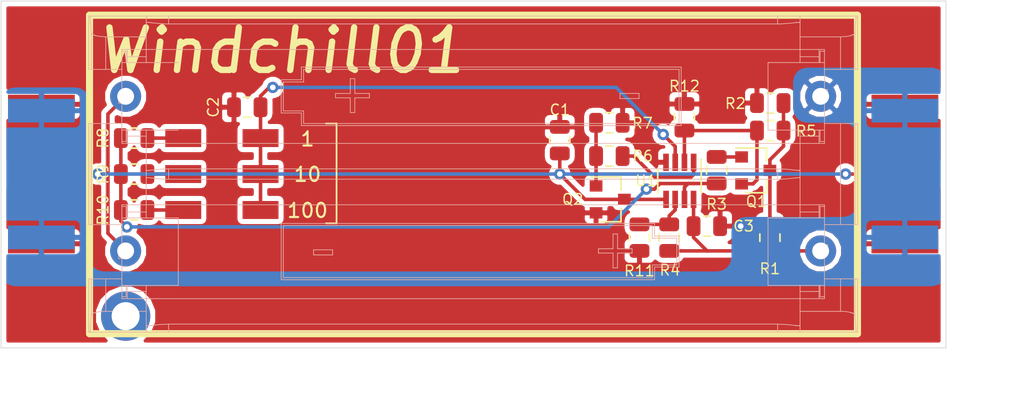
<source format=kicad_pcb>
(kicad_pcb (version 20171130) (host pcbnew "(6.0.0-rc1-dev-305-gf0b8b2136)")

  (general
    (thickness 1.6)
    (drawings 17)
    (tracks 86)
    (zones 0)
    (modules 22)
    (nets 16)
  )

  (page A4)
  (layers
    (0 F.Cu signal)
    (31 B.Cu signal)
    (32 B.Adhes user)
    (33 F.Adhes user)
    (34 B.Paste user)
    (35 F.Paste user)
    (36 B.SilkS user)
    (37 F.SilkS user)
    (38 B.Mask user hide)
    (39 F.Mask user hide)
    (40 Dwgs.User user)
    (41 Cmts.User user)
    (42 Eco1.User user)
    (43 Eco2.User user)
    (44 Edge.Cuts user)
    (45 Margin user)
    (46 B.CrtYd user hide)
    (47 F.CrtYd user hide)
    (48 B.Fab user hide)
    (49 F.Fab user hide)
  )

  (setup
    (last_trace_width 0.25)
    (trace_clearance 0.2)
    (zone_clearance 0.35)
    (zone_45_only no)
    (trace_min 0.2)
    (via_size 0.8)
    (via_drill 0.4)
    (via_min_size 0.4)
    (via_min_drill 0.3)
    (uvia_size 0.3)
    (uvia_drill 0.1)
    (uvias_allowed no)
    (uvia_min_size 0.2)
    (uvia_min_drill 0.1)
    (edge_width 0.05)
    (segment_width 0.2)
    (pcb_text_width 0.3)
    (pcb_text_size 1.5 1.5)
    (mod_edge_width 0.12)
    (mod_text_size 1 1)
    (mod_text_width 0.15)
    (pad_size 0.975 1.4)
    (pad_drill 0)
    (pad_to_mask_clearance 0.2)
    (aux_axis_origin 0 0)
    (visible_elements 7FFFFFFF)
    (pcbplotparams
      (layerselection 0x010fc_ffffffff)
      (usegerberextensions false)
      (usegerberattributes false)
      (usegerberadvancedattributes false)
      (creategerberjobfile false)
      (excludeedgelayer true)
      (linewidth 0.100000)
      (plotframeref false)
      (viasonmask false)
      (mode 1)
      (useauxorigin false)
      (hpglpennumber 1)
      (hpglpenspeed 20)
      (hpglpendiameter 15.000000)
      (psnegative false)
      (psa4output false)
      (plotreference true)
      (plotvalue true)
      (plotinvisibletext false)
      (padsonsilk false)
      (subtractmaskfromsilk false)
      (outputformat 1)
      (mirror false)
      (drillshape 1)
      (scaleselection 1)
      (outputdirectory ""))
  )

  (net 0 "")
  (net 1 sig)
  (net 2 GND)
  (net 3 /+INA)
  (net 4 "Net-(J3-Pad2)")
  (net 5 VDD)
  (net 6 -INA)
  (net 7 OUTB)
  (net 8 /OUTA)
  (net 9 Vdiv)
  (net 10 /Vbe1)
  (net 11 /Vbe2)
  (net 12 /-INB)
  (net 13 /1ms)
  (net 14 /10ms)
  (net 15 /100ms)

  (net_class Default "This is the default net class."
    (clearance 0.2)
    (trace_width 0.25)
    (via_dia 0.8)
    (via_drill 0.4)
    (uvia_dia 0.3)
    (uvia_drill 0.1)
    (add_net -INA)
    (add_net /+INA)
    (add_net /-INB)
    (add_net /100ms)
    (add_net /10ms)
    (add_net /1ms)
    (add_net /OUTA)
    (add_net /Vbe1)
    (add_net /Vbe2)
    (add_net GND)
    (add_net "Net-(J3-Pad2)")
    (add_net OUTB)
    (add_net VDD)
    (add_net Vdiv)
    (add_net sig)
  )

  (module Windchill01:TSOT-23-8 (layer F.Cu) (tedit 5D51A34A) (tstamp 5D4D68A9)
    (at 128.7 73.7 270)
    (descr "8-pin TSOT23 package, http://cds.linear.com/docs/en/packaging/SOT_8_05-08-1637.pdf")
    (tags TSOT-23-8)
    (path /5D4A3BB5)
    (attr smd)
    (fp_text reference U1 (at -0.012 2.395 180) (layer F.SilkS)
      (effects (font (size 0.75 0.75) (thickness 0.1)))
    )
    (fp_text value LTC6702 (at 0 2.5 270) (layer F.Fab)
      (effects (font (size 1 1) (thickness 0.15)))
    )
    (fp_line (start 2.17 1.7) (end -2.17 1.7) (layer F.CrtYd) (width 0.05))
    (fp_line (start 2.17 1.7) (end 2.17 -1.7) (layer F.CrtYd) (width 0.05))
    (fp_line (start -2.17 -1.7) (end -2.17 1.7) (layer F.CrtYd) (width 0.05))
    (fp_line (start -2.17 -1.7) (end 2.17 -1.7) (layer F.CrtYd) (width 0.05))
    (fp_line (start 0.88 -1.45) (end 0.88 1.45) (layer F.Fab) (width 0.1))
    (fp_line (start 0.88 1.45) (end -0.88 1.45) (layer F.Fab) (width 0.1))
    (fp_line (start -0.88 -1) (end -0.88 1.45) (layer F.Fab) (width 0.1))
    (fp_line (start 0.88 -1.45) (end -0.43 -1.45) (layer F.Fab) (width 0.1))
    (fp_line (start -0.88 -1) (end -0.43 -1.45) (layer F.Fab) (width 0.1))
    (fp_line (start 0.88 -1.51) (end -1.55 -1.51) (layer F.SilkS) (width 0.12))
    (fp_line (start -0.88 1.56) (end 0.88 1.56) (layer F.SilkS) (width 0.12))
    (fp_text user %R (at 0 0) (layer F.Fab)
      (effects (font (size 0.5 0.5) (thickness 0.075)))
    )
    (pad 8 smd rect (at 1.31 -0.97 270) (size 1.22 0.4) (layers F.Cu F.Paste F.Mask)
      (net 5 VDD) (solder_mask_margin 0.075) (clearance 0.075))
    (pad 7 smd rect (at 1.31 -0.33 270) (size 1.22 0.4) (layers F.Cu F.Paste F.Mask)
      (net 7 OUTB) (solder_mask_margin 0.075) (clearance 0.075))
    (pad 6 smd rect (at 1.31 0.33 270) (size 1.22 0.4) (layers F.Cu F.Paste F.Mask)
      (net 12 /-INB) (solder_mask_margin 0.075) (clearance 0.075))
    (pad 5 smd rect (at 1.31 0.97 270) (size 1.22 0.4) (layers F.Cu F.Paste F.Mask)
      (net 1 sig) (solder_mask_margin 0.075) (clearance 0.075))
    (pad 4 smd rect (at -1.31 0.975 270) (size 1.22 0.4) (layers F.Cu F.Paste F.Mask)
      (net 2 GND) (solder_mask_margin 0.075) (clearance 0.075))
    (pad 3 smd rect (at -1.31 0.325 270) (size 1.22 0.4) (layers F.Cu F.Paste F.Mask)
      (net 3 /+INA) (solder_mask_margin 0.075) (clearance 0.075))
    (pad 2 smd rect (at -1.31 -0.325 270) (size 1.22 0.4) (layers F.Cu F.Paste F.Mask)
      (net 6 -INA) (solder_mask_margin 0.075) (clearance 0.075))
    (pad 1 smd rect (at -1.31 -0.975 270) (size 1.22 0.4) (layers F.Cu F.Paste F.Mask)
      (net 8 /OUTA) (solder_mask_margin 0.075) (clearance 0.075))
    (model ${KIPRJMOD}/Windchill01.3dshapes/TSOT-23-8.wrl
      (at (xyz 0 0 0))
      (scale (xyz 1 1 1))
      (rotate (xyz 0 0 0))
    )
  )

  (module Capacitor_SMD:C_0805_2012Metric (layer F.Cu) (tedit 5D519E46) (tstamp 5D4D5913)
    (at 98.1425 68.5 180)
    (descr "Capacitor SMD 0805 (2012 Metric), square (rectangular) end terminal, IPC_7351 nominal, (Body size source: https://docs.google.com/spreadsheets/d/1BsfQQcO9C6DZCsRaXUlFlo91Tg2WpOkGARC1WS5S8t0/edit?usp=sharing), generated with kicad-footprint-generator")
    (tags capacitor)
    (path /5D4B5C8B)
    (attr smd)
    (fp_text reference C2 (at 2.4 0 270) (layer F.SilkS)
      (effects (font (size 0.75 0.75) (thickness 0.1)))
    )
    (fp_text value 1u (at 0 1.65 180) (layer F.Fab)
      (effects (font (size 1 1) (thickness 0.15)))
    )
    (fp_text user %R (at 0 0 180) (layer F.Fab)
      (effects (font (size 0.5 0.5) (thickness 0.08)))
    )
    (fp_line (start 1.68 0.95) (end -1.68 0.95) (layer F.CrtYd) (width 0.05))
    (fp_line (start 1.68 -0.95) (end 1.68 0.95) (layer F.CrtYd) (width 0.05))
    (fp_line (start -1.68 -0.95) (end 1.68 -0.95) (layer F.CrtYd) (width 0.05))
    (fp_line (start -1.68 0.95) (end -1.68 -0.95) (layer F.CrtYd) (width 0.05))
    (fp_line (start -0.258578 0.71) (end 0.258578 0.71) (layer F.SilkS) (width 0.12))
    (fp_line (start -0.258578 -0.71) (end 0.258578 -0.71) (layer F.SilkS) (width 0.12))
    (fp_line (start 1 0.6) (end -1 0.6) (layer F.Fab) (width 0.1))
    (fp_line (start 1 -0.6) (end 1 0.6) (layer F.Fab) (width 0.1))
    (fp_line (start -1 -0.6) (end 1 -0.6) (layer F.Fab) (width 0.1))
    (fp_line (start -1 0.6) (end -1 -0.6) (layer F.Fab) (width 0.1))
    (pad 2 smd roundrect (at 0.9375 0 180) (size 0.975 1.4) (layers F.Cu F.Paste F.Mask) (roundrect_rratio 0.25)
      (net 2 GND))
    (pad 1 smd roundrect (at -0.9375 0 180) (size 0.975 1.4) (layers F.Cu F.Paste F.Mask) (roundrect_rratio 0.25)
      (net 3 /+INA))
    (model ${KISYS3DMOD}/Capacitor_SMD.3dshapes/C_0805_2012Metric.wrl
      (at (xyz 0 0 0))
      (scale (xyz 1 1 1))
      (rotate (xyz 0 0 0))
    )
  )

  (module Capacitor_SMD:C_0805_2012Metric (layer F.Cu) (tedit 5B36C52B) (tstamp 5D4D21B1)
    (at 120.22 70.827 90)
    (descr "Capacitor SMD 0805 (2012 Metric), square (rectangular) end terminal, IPC_7351 nominal, (Body size source: https://docs.google.com/spreadsheets/d/1BsfQQcO9C6DZCsRaXUlFlo91Tg2WpOkGARC1WS5S8t0/edit?usp=sharing), generated with kicad-footprint-generator")
    (tags capacitor)
    (path /5D4A2E2E)
    (attr smd)
    (fp_text reference C1 (at 2.142 0.01 180) (layer F.SilkS)
      (effects (font (size 0.75 0.75) (thickness 0.1)))
    )
    (fp_text value 330p (at 0 1.65 90) (layer F.Fab)
      (effects (font (size 1 1) (thickness 0.15)))
    )
    (fp_text user %R (at 0 0 90) (layer F.Fab)
      (effects (font (size 0.5 0.5) (thickness 0.08)))
    )
    (fp_line (start 1.68 0.95) (end -1.68 0.95) (layer F.CrtYd) (width 0.05))
    (fp_line (start 1.68 -0.95) (end 1.68 0.95) (layer F.CrtYd) (width 0.05))
    (fp_line (start -1.68 -0.95) (end 1.68 -0.95) (layer F.CrtYd) (width 0.05))
    (fp_line (start -1.68 0.95) (end -1.68 -0.95) (layer F.CrtYd) (width 0.05))
    (fp_line (start -0.258578 0.71) (end 0.258578 0.71) (layer F.SilkS) (width 0.12))
    (fp_line (start -0.258578 -0.71) (end 0.258578 -0.71) (layer F.SilkS) (width 0.12))
    (fp_line (start 1 0.6) (end -1 0.6) (layer F.Fab) (width 0.1))
    (fp_line (start 1 -0.6) (end 1 0.6) (layer F.Fab) (width 0.1))
    (fp_line (start -1 -0.6) (end 1 -0.6) (layer F.Fab) (width 0.1))
    (fp_line (start -1 0.6) (end -1 -0.6) (layer F.Fab) (width 0.1))
    (pad 2 smd roundrect (at 0.9375 0 90) (size 0.975 1.4) (layers F.Cu F.Paste F.Mask) (roundrect_rratio 0.25)
      (net 2 GND))
    (pad 1 smd roundrect (at -0.9375 0 90) (size 0.975 1.4) (layers F.Cu F.Paste F.Mask) (roundrect_rratio 0.25)
      (net 1 sig))
    (model ${KISYS3DMOD}/Capacitor_SMD.3dshapes/C_0805_2012Metric.wrl
      (at (xyz 0 0 0))
      (scale (xyz 1 1 1))
      (rotate (xyz 0 0 0))
    )
  )

  (module Resistor_SMD:R_0805_2012Metric (layer F.Cu) (tedit 5D519DD2) (tstamp 5D4D58E3)
    (at 90.1505 70.68 180)
    (descr "Resistor SMD 0805 (2012 Metric), square (rectangular) end terminal, IPC_7351 nominal, (Body size source: https://docs.google.com/spreadsheets/d/1BsfQQcO9C6DZCsRaXUlFlo91Tg2WpOkGARC1WS5S8t0/edit?usp=sharing), generated with kicad-footprint-generator")
    (tags resistor)
    (path /5D4A3049)
    (attr smd)
    (fp_text reference R8 (at 2.2 0 270) (layer F.SilkS)
      (effects (font (size 0.75 0.75) (thickness 0.1)))
    )
    (fp_text value 1k (at 0 1.65 180) (layer F.Fab)
      (effects (font (size 1 1) (thickness 0.15)))
    )
    (fp_text user %R (at 0 0 180) (layer F.Fab)
      (effects (font (size 0.5 0.5) (thickness 0.08)))
    )
    (fp_line (start 1.68 0.95) (end -1.68 0.95) (layer F.CrtYd) (width 0.05))
    (fp_line (start 1.68 -0.95) (end 1.68 0.95) (layer F.CrtYd) (width 0.05))
    (fp_line (start -1.68 -0.95) (end 1.68 -0.95) (layer F.CrtYd) (width 0.05))
    (fp_line (start -1.68 0.95) (end -1.68 -0.95) (layer F.CrtYd) (width 0.05))
    (fp_line (start -0.258578 0.71) (end 0.258578 0.71) (layer F.SilkS) (width 0.12))
    (fp_line (start -0.258578 -0.71) (end 0.258578 -0.71) (layer F.SilkS) (width 0.12))
    (fp_line (start 1 0.6) (end -1 0.6) (layer F.Fab) (width 0.1))
    (fp_line (start 1 -0.6) (end 1 0.6) (layer F.Fab) (width 0.1))
    (fp_line (start -1 -0.6) (end 1 -0.6) (layer F.Fab) (width 0.1))
    (fp_line (start -1 0.6) (end -1 -0.6) (layer F.Fab) (width 0.1))
    (pad 2 smd roundrect (at 0.9375 0 180) (size 0.975 1.4) (layers F.Cu F.Paste F.Mask) (roundrect_rratio 0.25)
      (net 7 OUTB))
    (pad 1 smd roundrect (at -0.9375 0 180) (size 0.975 1.4) (layers F.Cu F.Paste F.Mask) (roundrect_rratio 0.25)
      (net 13 /1ms))
    (model ${KISYS3DMOD}/Resistor_SMD.3dshapes/R_0805_2012Metric.wrl
      (at (xyz 0 0 0))
      (scale (xyz 1 1 1))
      (rotate (xyz 0 0 0))
    )
  )

  (module Resistor_SMD:R_0805_2012Metric (layer F.Cu) (tedit 5D519ABA) (tstamp 5D4D704F)
    (at 135.064 77.7125 270)
    (descr "Resistor SMD 0805 (2012 Metric), square (rectangular) end terminal, IPC_7351 nominal, (Body size source: https://docs.google.com/spreadsheets/d/1BsfQQcO9C6DZCsRaXUlFlo91Tg2WpOkGARC1WS5S8t0/edit?usp=sharing), generated with kicad-footprint-generator")
    (tags resistor)
    (path /5D4CAA64)
    (attr smd)
    (fp_text reference R1 (at 2.2 0) (layer F.SilkS)
      (effects (font (size 0.75 0.75) (thickness 0.1)))
    )
    (fp_text value 1k (at 0 1.65 270) (layer F.Fab)
      (effects (font (size 1 1) (thickness 0.15)))
    )
    (fp_text user %R (at -0.015001 0.024999 270) (layer F.Fab)
      (effects (font (size 0.5 0.5) (thickness 0.08)))
    )
    (fp_line (start 1.68 0.95) (end -1.68 0.95) (layer F.CrtYd) (width 0.05))
    (fp_line (start 1.68 -0.95) (end 1.68 0.95) (layer F.CrtYd) (width 0.05))
    (fp_line (start -1.68 -0.95) (end 1.68 -0.95) (layer F.CrtYd) (width 0.05))
    (fp_line (start -1.68 0.95) (end -1.68 -0.95) (layer F.CrtYd) (width 0.05))
    (fp_line (start -0.258578 0.71) (end 0.258578 0.71) (layer F.SilkS) (width 0.12))
    (fp_line (start -0.258578 -0.71) (end 0.258578 -0.71) (layer F.SilkS) (width 0.12))
    (fp_line (start 1 0.6) (end -1 0.6) (layer F.Fab) (width 0.1))
    (fp_line (start 1 -0.6) (end 1 0.6) (layer F.Fab) (width 0.1))
    (fp_line (start -1 -0.6) (end 1 -0.6) (layer F.Fab) (width 0.1))
    (fp_line (start -1 0.6) (end -1 -0.6) (layer F.Fab) (width 0.1))
    (pad 2 smd roundrect (at 0.9375 0 270) (size 0.975 1.4) (layers F.Cu F.Paste F.Mask) (roundrect_rratio 0.25)
      (net 5 VDD))
    (pad 1 smd roundrect (at -0.9375 0 270) (size 0.975 1.4) (layers F.Cu F.Paste F.Mask) (roundrect_rratio 0.25)
      (net 9 Vdiv))
    (model ${KISYS3DMOD}/Resistor_SMD.3dshapes/R_0805_2012Metric.wrl
      (at (xyz 0 0 0))
      (scale (xyz 1 1 1))
      (rotate (xyz 0 0 0))
    )
  )

  (module Resistor_SMD:R_0805_2012Metric (layer F.Cu) (tedit 5D51A438) (tstamp 5D4D6F5F)
    (at 135.0875 68.206)
    (descr "Resistor SMD 0805 (2012 Metric), square (rectangular) end terminal, IPC_7351 nominal, (Body size source: https://docs.google.com/spreadsheets/d/1BsfQQcO9C6DZCsRaXUlFlo91Tg2WpOkGARC1WS5S8t0/edit?usp=sharing), generated with kicad-footprint-generator")
    (tags resistor)
    (path /5D4CAAD0)
    (attr smd)
    (fp_text reference R2 (at -2.463 0.029) (layer F.SilkS)
      (effects (font (size 0.75 0.75) (thickness 0.1)))
    )
    (fp_text value 100k (at 0 1.65) (layer F.Fab)
      (effects (font (size 1 1) (thickness 0.15)))
    )
    (fp_text user %R (at 0 0) (layer F.Fab)
      (effects (font (size 0.5 0.5) (thickness 0.08)))
    )
    (fp_line (start 1.68 0.95) (end -1.68 0.95) (layer F.CrtYd) (width 0.05))
    (fp_line (start 1.68 -0.95) (end 1.68 0.95) (layer F.CrtYd) (width 0.05))
    (fp_line (start -1.68 -0.95) (end 1.68 -0.95) (layer F.CrtYd) (width 0.05))
    (fp_line (start -1.68 0.95) (end -1.68 -0.95) (layer F.CrtYd) (width 0.05))
    (fp_line (start -0.258578 0.71) (end 0.258578 0.71) (layer F.SilkS) (width 0.12))
    (fp_line (start -0.258578 -0.71) (end 0.258578 -0.71) (layer F.SilkS) (width 0.12))
    (fp_line (start 1 0.6) (end -1 0.6) (layer F.Fab) (width 0.1))
    (fp_line (start 1 -0.6) (end 1 0.6) (layer F.Fab) (width 0.1))
    (fp_line (start -1 -0.6) (end 1 -0.6) (layer F.Fab) (width 0.1))
    (fp_line (start -1 0.6) (end -1 -0.6) (layer F.Fab) (width 0.1))
    (pad 2 smd roundrect (at 0.9375 0) (size 0.975 1.4) (layers F.Cu F.Paste F.Mask) (roundrect_rratio 0.25)
      (net 9 Vdiv))
    (pad 1 smd roundrect (at -0.9375 0) (size 0.975 1.4) (layers F.Cu F.Paste F.Mask) (roundrect_rratio 0.25)
      (net 2 GND))
    (model ${KISYS3DMOD}/Resistor_SMD.3dshapes/R_0805_2012Metric.wrl
      (at (xyz 0 0 0))
      (scale (xyz 1 1 1))
      (rotate (xyz 0 0 0))
    )
  )

  (module Resistor_SMD:R_0805_2012Metric (layer F.Cu) (tedit 5D51A235) (tstamp 5D4D6F8F)
    (at 131.3 72.9505 270)
    (descr "Resistor SMD 0805 (2012 Metric), square (rectangular) end terminal, IPC_7351 nominal, (Body size source: https://docs.google.com/spreadsheets/d/1BsfQQcO9C6DZCsRaXUlFlo91Tg2WpOkGARC1WS5S8t0/edit?usp=sharing), generated with kicad-footprint-generator")
    (tags resistor)
    (path /5D4CED86)
    (attr smd)
    (fp_text reference R3 (at 2.4 0) (layer F.SilkS)
      (effects (font (size 0.75 0.75) (thickness 0.1)))
    )
    (fp_text value 100k (at 0 1.65 270) (layer F.Fab)
      (effects (font (size 1 1) (thickness 0.15)))
    )
    (fp_text user %R (at 0 0 270) (layer F.Fab)
      (effects (font (size 0.5 0.5) (thickness 0.08)))
    )
    (fp_line (start 1.68 0.95) (end -1.68 0.95) (layer F.CrtYd) (width 0.05))
    (fp_line (start 1.68 -0.95) (end 1.68 0.95) (layer F.CrtYd) (width 0.05))
    (fp_line (start -1.68 -0.95) (end 1.68 -0.95) (layer F.CrtYd) (width 0.05))
    (fp_line (start -1.68 0.95) (end -1.68 -0.95) (layer F.CrtYd) (width 0.05))
    (fp_line (start -0.258578 0.71) (end 0.258578 0.71) (layer F.SilkS) (width 0.12))
    (fp_line (start -0.258578 -0.71) (end 0.258578 -0.71) (layer F.SilkS) (width 0.12))
    (fp_line (start 1 0.6) (end -1 0.6) (layer F.Fab) (width 0.1))
    (fp_line (start 1 -0.6) (end 1 0.6) (layer F.Fab) (width 0.1))
    (fp_line (start -1 -0.6) (end 1 -0.6) (layer F.Fab) (width 0.1))
    (fp_line (start -1 0.6) (end -1 -0.6) (layer F.Fab) (width 0.1))
    (pad 2 smd roundrect (at 0.9375 0 270) (size 0.975 1.4) (layers F.Cu F.Paste F.Mask) (roundrect_rratio 0.25)
      (net 7 OUTB))
    (pad 1 smd roundrect (at -0.9375 0 270) (size 0.975 1.4) (layers F.Cu F.Paste F.Mask) (roundrect_rratio 0.25)
      (net 10 /Vbe1))
    (model ${KISYS3DMOD}/Resistor_SMD.3dshapes/R_0805_2012Metric.wrl
      (at (xyz 0 0 0))
      (scale (xyz 1 1 1))
      (rotate (xyz 0 0 0))
    )
  )

  (module Resistor_SMD:R_0805_2012Metric (layer F.Cu) (tedit 5D51A428) (tstamp 5D4D701F)
    (at 135.0875 70.148 180)
    (descr "Resistor SMD 0805 (2012 Metric), square (rectangular) end terminal, IPC_7351 nominal, (Body size source: https://docs.google.com/spreadsheets/d/1BsfQQcO9C6DZCsRaXUlFlo91Tg2WpOkGARC1WS5S8t0/edit?usp=sharing), generated with kicad-footprint-generator")
    (tags resistor)
    (path /5D4A2F9F)
    (attr smd)
    (fp_text reference R5 (at -2.537 -0.04) (layer F.SilkS)
      (effects (font (size 0.75 0.75) (thickness 0.1)))
    )
    (fp_text value 620k (at 0 1.65 180) (layer F.Fab)
      (effects (font (size 1 1) (thickness 0.15)))
    )
    (fp_text user %R (at 0 0 180) (layer F.Fab)
      (effects (font (size 0.5 0.5) (thickness 0.08)))
    )
    (fp_line (start 1.68 0.95) (end -1.68 0.95) (layer F.CrtYd) (width 0.05))
    (fp_line (start 1.68 -0.95) (end 1.68 0.95) (layer F.CrtYd) (width 0.05))
    (fp_line (start -1.68 -0.95) (end 1.68 -0.95) (layer F.CrtYd) (width 0.05))
    (fp_line (start -1.68 0.95) (end -1.68 -0.95) (layer F.CrtYd) (width 0.05))
    (fp_line (start -0.258578 0.71) (end 0.258578 0.71) (layer F.SilkS) (width 0.12))
    (fp_line (start -0.258578 -0.71) (end 0.258578 -0.71) (layer F.SilkS) (width 0.12))
    (fp_line (start 1 0.6) (end -1 0.6) (layer F.Fab) (width 0.1))
    (fp_line (start 1 -0.6) (end 1 0.6) (layer F.Fab) (width 0.1))
    (fp_line (start -1 -0.6) (end 1 -0.6) (layer F.Fab) (width 0.1))
    (fp_line (start -1 0.6) (end -1 -0.6) (layer F.Fab) (width 0.1))
    (pad 2 smd roundrect (at 0.9375 0 180) (size 0.975 1.4) (layers F.Cu F.Paste F.Mask) (roundrect_rratio 0.25)
      (net 6 -INA))
    (pad 1 smd roundrect (at -0.9375 0 180) (size 0.975 1.4) (layers F.Cu F.Paste F.Mask) (roundrect_rratio 0.25)
      (net 9 Vdiv))
    (model ${KISYS3DMOD}/Resistor_SMD.3dshapes/R_0805_2012Metric.wrl
      (at (xyz 0 0 0))
      (scale (xyz 1 1 1))
      (rotate (xyz 0 0 0))
    )
  )

  (module Resistor_SMD:R_0805_2012Metric (layer F.Cu) (tedit 5D519BD6) (tstamp 5D4D68E7)
    (at 123.7215 69.6)
    (descr "Resistor SMD 0805 (2012 Metric), square (rectangular) end terminal, IPC_7351 nominal, (Body size source: https://docs.google.com/spreadsheets/d/1BsfQQcO9C6DZCsRaXUlFlo91Tg2WpOkGARC1WS5S8t0/edit?usp=sharing), generated with kicad-footprint-generator")
    (tags resistor)
    (path /5D4E760E)
    (attr smd)
    (fp_text reference R7 (at 2.3395 0.028) (layer F.SilkS)
      (effects (font (size 0.75 0.75) (thickness 0.1)))
    )
    (fp_text value 72k (at 0 1.65) (layer F.Fab)
      (effects (font (size 1 1) (thickness 0.15)))
    )
    (fp_text user %R (at 0 0) (layer F.Fab)
      (effects (font (size 0.5 0.5) (thickness 0.08)))
    )
    (fp_line (start 1.68 0.95) (end -1.68 0.95) (layer F.CrtYd) (width 0.05))
    (fp_line (start 1.68 -0.95) (end 1.68 0.95) (layer F.CrtYd) (width 0.05))
    (fp_line (start -1.68 -0.95) (end 1.68 -0.95) (layer F.CrtYd) (width 0.05))
    (fp_line (start -1.68 0.95) (end -1.68 -0.95) (layer F.CrtYd) (width 0.05))
    (fp_line (start -0.258578 0.71) (end 0.258578 0.71) (layer F.SilkS) (width 0.12))
    (fp_line (start -0.258578 -0.71) (end 0.258578 -0.71) (layer F.SilkS) (width 0.12))
    (fp_line (start 1 0.6) (end -1 0.6) (layer F.Fab) (width 0.1))
    (fp_line (start 1 -0.6) (end 1 0.6) (layer F.Fab) (width 0.1))
    (fp_line (start -1 -0.6) (end 1 -0.6) (layer F.Fab) (width 0.1))
    (fp_line (start -1 0.6) (end -1 -0.6) (layer F.Fab) (width 0.1))
    (pad 2 smd roundrect (at 0.9375 0) (size 0.975 1.4) (layers F.Cu F.Paste F.Mask) (roundrect_rratio 0.25)
      (net 2 GND))
    (pad 1 smd roundrect (at -0.9375 0) (size 0.975 1.4) (layers F.Cu F.Paste F.Mask) (roundrect_rratio 0.25)
      (net 11 /Vbe2))
    (model ${KISYS3DMOD}/Resistor_SMD.3dshapes/R_0805_2012Metric.wrl
      (at (xyz 0 0 0))
      (scale (xyz 1 1 1))
      (rotate (xyz 0 0 0))
    )
  )

  (module Resistor_SMD:R_0805_2012Metric (layer F.Cu) (tedit 5D519DE3) (tstamp 5D4D58B3)
    (at 90.1505 73.22 180)
    (descr "Resistor SMD 0805 (2012 Metric), square (rectangular) end terminal, IPC_7351 nominal, (Body size source: https://docs.google.com/spreadsheets/d/1BsfQQcO9C6DZCsRaXUlFlo91Tg2WpOkGARC1WS5S8t0/edit?usp=sharing), generated with kicad-footprint-generator")
    (tags resistor)
    (path /5D4A30D0)
    (attr smd)
    (fp_text reference R9 (at 2.2 0 270) (layer F.SilkS)
      (effects (font (size 0.75 0.75) (thickness 0.1)))
    )
    (fp_text value 10k (at 0 1.65 180) (layer F.Fab)
      (effects (font (size 1 1) (thickness 0.15)))
    )
    (fp_text user %R (at 0 0 180) (layer F.Fab)
      (effects (font (size 0.5 0.5) (thickness 0.08)))
    )
    (fp_line (start 1.68 0.95) (end -1.68 0.95) (layer F.CrtYd) (width 0.05))
    (fp_line (start 1.68 -0.95) (end 1.68 0.95) (layer F.CrtYd) (width 0.05))
    (fp_line (start -1.68 -0.95) (end 1.68 -0.95) (layer F.CrtYd) (width 0.05))
    (fp_line (start -1.68 0.95) (end -1.68 -0.95) (layer F.CrtYd) (width 0.05))
    (fp_line (start -0.258578 0.71) (end 0.258578 0.71) (layer F.SilkS) (width 0.12))
    (fp_line (start -0.258578 -0.71) (end 0.258578 -0.71) (layer F.SilkS) (width 0.12))
    (fp_line (start 1 0.6) (end -1 0.6) (layer F.Fab) (width 0.1))
    (fp_line (start 1 -0.6) (end 1 0.6) (layer F.Fab) (width 0.1))
    (fp_line (start -1 -0.6) (end 1 -0.6) (layer F.Fab) (width 0.1))
    (fp_line (start -1 0.6) (end -1 -0.6) (layer F.Fab) (width 0.1))
    (pad 2 smd roundrect (at 0.9375 0 180) (size 0.975 1.4) (layers F.Cu F.Paste F.Mask) (roundrect_rratio 0.25)
      (net 7 OUTB))
    (pad 1 smd roundrect (at -0.9375 0 180) (size 0.975 1.4) (layers F.Cu F.Paste F.Mask) (roundrect_rratio 0.25)
      (net 14 /10ms))
    (model ${KISYS3DMOD}/Resistor_SMD.3dshapes/R_0805_2012Metric.wrl
      (at (xyz 0 0 0))
      (scale (xyz 1 1 1))
      (rotate (xyz 0 0 0))
    )
  )

  (module Resistor_SMD:R_0805_2012Metric (layer F.Cu) (tedit 5B36C52B) (tstamp 5D4D5883)
    (at 90.1505 75.76 180)
    (descr "Resistor SMD 0805 (2012 Metric), square (rectangular) end terminal, IPC_7351 nominal, (Body size source: https://docs.google.com/spreadsheets/d/1BsfQQcO9C6DZCsRaXUlFlo91Tg2WpOkGARC1WS5S8t0/edit?usp=sharing), generated with kicad-footprint-generator")
    (tags resistor)
    (path /5D4A3116)
    (attr smd)
    (fp_text reference R10 (at 2.2 0 270) (layer F.SilkS)
      (effects (font (size 0.75 0.75) (thickness 0.1)))
    )
    (fp_text value 100k (at 0 1.65 180) (layer F.Fab)
      (effects (font (size 1 1) (thickness 0.15)))
    )
    (fp_text user %R (at 0 0 180) (layer F.Fab)
      (effects (font (size 0.5 0.5) (thickness 0.08)))
    )
    (fp_line (start 1.68 0.95) (end -1.68 0.95) (layer F.CrtYd) (width 0.05))
    (fp_line (start 1.68 -0.95) (end 1.68 0.95) (layer F.CrtYd) (width 0.05))
    (fp_line (start -1.68 -0.95) (end 1.68 -0.95) (layer F.CrtYd) (width 0.05))
    (fp_line (start -1.68 0.95) (end -1.68 -0.95) (layer F.CrtYd) (width 0.05))
    (fp_line (start -0.258578 0.71) (end 0.258578 0.71) (layer F.SilkS) (width 0.12))
    (fp_line (start -0.258578 -0.71) (end 0.258578 -0.71) (layer F.SilkS) (width 0.12))
    (fp_line (start 1 0.6) (end -1 0.6) (layer F.Fab) (width 0.1))
    (fp_line (start 1 -0.6) (end 1 0.6) (layer F.Fab) (width 0.1))
    (fp_line (start -1 -0.6) (end 1 -0.6) (layer F.Fab) (width 0.1))
    (fp_line (start -1 0.6) (end -1 -0.6) (layer F.Fab) (width 0.1))
    (pad 2 smd roundrect (at 0.9375 0 180) (size 0.975 1.4) (layers F.Cu F.Paste F.Mask) (roundrect_rratio 0.25)
      (net 7 OUTB))
    (pad 1 smd roundrect (at -0.9375 0 180) (size 0.975 1.4) (layers F.Cu F.Paste F.Mask) (roundrect_rratio 0.25)
      (net 15 /100ms))
    (model ${KISYS3DMOD}/Resistor_SMD.3dshapes/R_0805_2012Metric.wrl
      (at (xyz 0 0 0))
      (scale (xyz 1 1 1))
      (rotate (xyz 0 0 0))
    )
  )

  (module Resistor_SMD:R_0805_2012Metric (layer F.Cu) (tedit 5B36C52B) (tstamp 5D4D6FEF)
    (at 125.85 77.7125 270)
    (descr "Resistor SMD 0805 (2012 Metric), square (rectangular) end terminal, IPC_7351 nominal, (Body size source: https://docs.google.com/spreadsheets/d/1BsfQQcO9C6DZCsRaXUlFlo91Tg2WpOkGARC1WS5S8t0/edit?usp=sharing), generated with kicad-footprint-generator")
    (tags resistor)
    (path /5D4A2E91)
    (attr smd)
    (fp_text reference R11 (at 2.35 0) (layer F.SilkS)
      (effects (font (size 0.75 0.75) (thickness 0.1)))
    )
    (fp_text value 17k (at 0 1.65 270) (layer F.Fab)
      (effects (font (size 1 1) (thickness 0.15)))
    )
    (fp_text user %R (at 0 0 270) (layer F.Fab)
      (effects (font (size 0.5 0.5) (thickness 0.08)))
    )
    (fp_line (start 1.68 0.95) (end -1.68 0.95) (layer F.CrtYd) (width 0.05))
    (fp_line (start 1.68 -0.95) (end 1.68 0.95) (layer F.CrtYd) (width 0.05))
    (fp_line (start -1.68 -0.95) (end 1.68 -0.95) (layer F.CrtYd) (width 0.05))
    (fp_line (start -1.68 0.95) (end -1.68 -0.95) (layer F.CrtYd) (width 0.05))
    (fp_line (start -0.258578 0.71) (end 0.258578 0.71) (layer F.SilkS) (width 0.12))
    (fp_line (start -0.258578 -0.71) (end 0.258578 -0.71) (layer F.SilkS) (width 0.12))
    (fp_line (start 1 0.6) (end -1 0.6) (layer F.Fab) (width 0.1))
    (fp_line (start 1 -0.6) (end 1 0.6) (layer F.Fab) (width 0.1))
    (fp_line (start -1 -0.6) (end 1 -0.6) (layer F.Fab) (width 0.1))
    (fp_line (start -1 0.6) (end -1 -0.6) (layer F.Fab) (width 0.1))
    (pad 2 smd roundrect (at 0.9375 0 270) (size 0.975 1.4) (layers F.Cu F.Paste F.Mask) (roundrect_rratio 0.25)
      (net 2 GND))
    (pad 1 smd roundrect (at -0.9375 0 270) (size 0.975 1.4) (layers F.Cu F.Paste F.Mask) (roundrect_rratio 0.25)
      (net 12 /-INB))
    (model ${KISYS3DMOD}/Resistor_SMD.3dshapes/R_0805_2012Metric.wrl
      (at (xyz 0 0 0))
      (scale (xyz 1 1 1))
      (rotate (xyz 0 0 0))
    )
  )

  (module Resistor_SMD:R_0805_2012Metric (layer F.Cu) (tedit 5D51A41A) (tstamp 5D4D6FBF)
    (at 129.025 69.2105 90)
    (descr "Resistor SMD 0805 (2012 Metric), square (rectangular) end terminal, IPC_7351 nominal, (Body size source: https://docs.google.com/spreadsheets/d/1BsfQQcO9C6DZCsRaXUlFlo91Tg2WpOkGARC1WS5S8t0/edit?usp=sharing), generated with kicad-footprint-generator")
    (tags resistor)
    (path /5D4A2FF1)
    (attr smd)
    (fp_text reference R12 (at 2.2 0 180) (layer F.SilkS)
      (effects (font (size 0.75 0.75) (thickness 0.1)))
    )
    (fp_text value 360k (at 0 1.65 90) (layer F.Fab)
      (effects (font (size 1 1) (thickness 0.15)))
    )
    (fp_text user %R (at 0 0 90) (layer F.Fab)
      (effects (font (size 0.5 0.5) (thickness 0.08)))
    )
    (fp_line (start 1.68 0.95) (end -1.68 0.95) (layer F.CrtYd) (width 0.05))
    (fp_line (start 1.68 -0.95) (end 1.68 0.95) (layer F.CrtYd) (width 0.05))
    (fp_line (start -1.68 -0.95) (end 1.68 -0.95) (layer F.CrtYd) (width 0.05))
    (fp_line (start -1.68 0.95) (end -1.68 -0.95) (layer F.CrtYd) (width 0.05))
    (fp_line (start -0.258578 0.71) (end 0.258578 0.71) (layer F.SilkS) (width 0.12))
    (fp_line (start -0.258578 -0.71) (end 0.258578 -0.71) (layer F.SilkS) (width 0.12))
    (fp_line (start 1 0.6) (end -1 0.6) (layer F.Fab) (width 0.1))
    (fp_line (start 1 -0.6) (end 1 0.6) (layer F.Fab) (width 0.1))
    (fp_line (start -1 -0.6) (end 1 -0.6) (layer F.Fab) (width 0.1))
    (fp_line (start -1 0.6) (end -1 -0.6) (layer F.Fab) (width 0.1))
    (pad 2 smd roundrect (at 0.9375 0 90) (size 0.975 1.4) (layers F.Cu F.Paste F.Mask) (roundrect_rratio 0.25)
      (net 2 GND))
    (pad 1 smd roundrect (at -0.9375 0 90) (size 0.975 1.4) (layers F.Cu F.Paste F.Mask) (roundrect_rratio 0.25)
      (net 6 -INA))
    (model ${KISYS3DMOD}/Resistor_SMD.3dshapes/R_0805_2012Metric.wrl
      (at (xyz 0 0 0))
      (scale (xyz 1 1 1))
      (rotate (xyz 0 0 0))
    )
  )

  (module Resistor_SMD:R_0805_2012Metric (layer F.Cu) (tedit 5B36C52B) (tstamp 5D4D6917)
    (at 127.95 77.7125 90)
    (descr "Resistor SMD 0805 (2012 Metric), square (rectangular) end terminal, IPC_7351 nominal, (Body size source: https://docs.google.com/spreadsheets/d/1BsfQQcO9C6DZCsRaXUlFlo91Tg2WpOkGARC1WS5S8t0/edit?usp=sharing), generated with kicad-footprint-generator")
    (tags resistor)
    (path /5D4A2F0D)
    (attr smd)
    (fp_text reference R4 (at -2.3 0.05 180) (layer F.SilkS)
      (effects (font (size 0.75 0.75) (thickness 0.1)))
    )
    (fp_text value 1M (at 0 1.65 90) (layer F.Fab)
      (effects (font (size 1 1) (thickness 0.15)))
    )
    (fp_text user %R (at 0 0 90) (layer F.Fab)
      (effects (font (size 0.5 0.5) (thickness 0.08)))
    )
    (fp_line (start 1.68 0.95) (end -1.68 0.95) (layer F.CrtYd) (width 0.05))
    (fp_line (start 1.68 -0.95) (end 1.68 0.95) (layer F.CrtYd) (width 0.05))
    (fp_line (start -1.68 -0.95) (end 1.68 -0.95) (layer F.CrtYd) (width 0.05))
    (fp_line (start -1.68 0.95) (end -1.68 -0.95) (layer F.CrtYd) (width 0.05))
    (fp_line (start -0.258578 0.71) (end 0.258578 0.71) (layer F.SilkS) (width 0.12))
    (fp_line (start -0.258578 -0.71) (end 0.258578 -0.71) (layer F.SilkS) (width 0.12))
    (fp_line (start 1 0.6) (end -1 0.6) (layer F.Fab) (width 0.1))
    (fp_line (start 1 -0.6) (end 1 0.6) (layer F.Fab) (width 0.1))
    (fp_line (start -1 -0.6) (end 1 -0.6) (layer F.Fab) (width 0.1))
    (fp_line (start -1 0.6) (end -1 -0.6) (layer F.Fab) (width 0.1))
    (pad 2 smd roundrect (at 0.9375 0 90) (size 0.975 1.4) (layers F.Cu F.Paste F.Mask) (roundrect_rratio 0.25)
      (net 12 /-INB))
    (pad 1 smd roundrect (at -0.9375 0 90) (size 0.975 1.4) (layers F.Cu F.Paste F.Mask) (roundrect_rratio 0.25)
      (net 5 VDD))
    (model ${KISYS3DMOD}/Resistor_SMD.3dshapes/R_0805_2012Metric.wrl
      (at (xyz 0 0 0))
      (scale (xyz 1 1 1))
      (rotate (xyz 0 0 0))
    )
  )

  (module Resistor_SMD:R_0805_2012Metric (layer F.Cu) (tedit 5B36C52B) (tstamp 5D4D6F2F)
    (at 123.7215 71.95)
    (descr "Resistor SMD 0805 (2012 Metric), square (rectangular) end terminal, IPC_7351 nominal, (Body size source: https://docs.google.com/spreadsheets/d/1BsfQQcO9C6DZCsRaXUlFlo91Tg2WpOkGARC1WS5S8t0/edit?usp=sharing), generated with kicad-footprint-generator")
    (tags resistor)
    (path /5D4E75C4)
    (attr smd)
    (fp_text reference R6 (at 2.3535 0.005) (layer F.SilkS)
      (effects (font (size 0.75 0.75) (thickness 0.1)))
    )
    (fp_text value 100k (at 0 1.65) (layer F.Fab)
      (effects (font (size 1 1) (thickness 0.15)))
    )
    (fp_text user %R (at 0 0) (layer F.Fab)
      (effects (font (size 0.5 0.5) (thickness 0.08)))
    )
    (fp_line (start 1.68 0.95) (end -1.68 0.95) (layer F.CrtYd) (width 0.05))
    (fp_line (start 1.68 -0.95) (end 1.68 0.95) (layer F.CrtYd) (width 0.05))
    (fp_line (start -1.68 -0.95) (end 1.68 -0.95) (layer F.CrtYd) (width 0.05))
    (fp_line (start -1.68 0.95) (end -1.68 -0.95) (layer F.CrtYd) (width 0.05))
    (fp_line (start -0.258578 0.71) (end 0.258578 0.71) (layer F.SilkS) (width 0.12))
    (fp_line (start -0.258578 -0.71) (end 0.258578 -0.71) (layer F.SilkS) (width 0.12))
    (fp_line (start 1 0.6) (end -1 0.6) (layer F.Fab) (width 0.1))
    (fp_line (start 1 -0.6) (end 1 0.6) (layer F.Fab) (width 0.1))
    (fp_line (start -1 -0.6) (end 1 -0.6) (layer F.Fab) (width 0.1))
    (fp_line (start -1 0.6) (end -1 -0.6) (layer F.Fab) (width 0.1))
    (pad 2 smd roundrect (at 0.9375 0) (size 0.975 1.4) (layers F.Cu F.Paste F.Mask) (roundrect_rratio 0.25)
      (net 8 /OUTA))
    (pad 1 smd roundrect (at -0.9375 0) (size 0.975 1.4) (layers F.Cu F.Paste F.Mask) (roundrect_rratio 0.25)
      (net 11 /Vbe2))
    (model ${KISYS3DMOD}/Resistor_SMD.3dshapes/R_0805_2012Metric.wrl
      (at (xyz 0 0 0))
      (scale (xyz 1 1 1))
      (rotate (xyz 0 0 0))
    )
  )

  (module Windchill01:C112640 (layer F.Cu) (tedit 5D519FA2) (tstamp 5D4CD4D6)
    (at 144.6 73.22 90)
    (path /5D4CD410)
    (fp_text reference J1 (at 0 -4.1 90) (layer F.SilkS) hide
      (effects (font (size 1 1) (thickness 0.15)))
    )
    (fp_text value C112640 (at 0 -5.1 90) (layer F.Fab) hide
      (effects (font (size 1 1) (thickness 0.15)))
    )
    (pad 2 smd rect (at 4.475 0 90) (size 1.67 4.72) (layers B.Cu B.Paste B.Mask)
      (net 2 GND) (solder_mask_margin 0.5) (clearance 0.5))
    (pad 2 smd rect (at -4.475 0 90) (size 1.67 4.72) (layers B.Cu B.Paste B.Mask)
      (net 2 GND) (solder_mask_margin 0.5) (clearance 0.5))
    (pad 1 smd rect (at 0 0 90) (size 0.86 4.72) (layers F.Cu F.Paste F.Mask)
      (net 1 sig) (solder_mask_margin 0.5) (clearance 0.5))
    (pad 2 smd rect (at 4.925 0 90) (size 1.35 4.72) (layers F.Cu F.Paste F.Mask)
      (net 2 GND) (solder_mask_margin 0.5) (clearance 0.5))
    (pad 2 smd rect (at -4.925 0 90) (size 1.35 4.72) (layers F.Cu F.Paste F.Mask)
      (net 2 GND) (solder_mask_margin 0.5) (clearance 0.5))
    (model ${KIPRJMOD}/Windchill01.3dshapes/C112640.wrl
      (at (xyz 0 0 0))
      (scale (xyz 1 1 1))
      (rotate (xyz 0 0 0))
    )
  )

  (module Windchill01:C112640 (layer F.Cu) (tedit 5D519D2B) (tstamp 5D4CD4DF)
    (at 83.6 73.22 270)
    (path /5D4D8004)
    (fp_text reference J2 (at 0 -4.1 270) (layer F.SilkS) hide
      (effects (font (size 1 1) (thickness 0.15)))
    )
    (fp_text value C112640 (at 0 -5.1 270) (layer F.Fab) hide
      (effects (font (size 1 1) (thickness 0.15)))
    )
    (pad 2 smd rect (at 4.475 0 270) (size 1.67 4.72) (layers B.Cu B.Paste B.Mask)
      (net 2 GND) (solder_mask_margin 0.5) (clearance 0.5))
    (pad 2 smd rect (at -4.475 0 270) (size 1.67 4.72) (layers B.Cu B.Paste B.Mask)
      (net 2 GND) (solder_mask_margin 0.5) (clearance 0.5))
    (pad 1 smd rect (at 0 0 270) (size 0.86 4.72) (layers F.Cu F.Paste F.Mask)
      (net 1 sig) (solder_mask_margin 0.5) (clearance 0.5))
    (pad 2 smd rect (at 4.925 0 270) (size 1.35 4.72) (layers F.Cu F.Paste F.Mask)
      (net 2 GND) (solder_mask_margin 0.5) (clearance 0.5))
    (pad 2 smd rect (at -4.925 0 270) (size 1.35 4.72) (layers F.Cu F.Paste F.Mask)
      (net 2 GND) (solder_mask_margin 0.5) (clearance 0.5))
    (model ${KIPRJMOD}/Windchill01.3dshapes/C112640.wrl
      (at (xyz 0 0 0))
      (scale (xyz 1 1 1))
      (rotate (xyz 0 0 0))
    )
  )

  (module Windchill01:1023 (layer B.Cu) (tedit 5D519AB2) (tstamp 5D4D6B7F)
    (at 114.1 78.65)
    (path /5D500EB0)
    (fp_text reference J3 (at 0.25 1.25) (layer B.SilkS) hide
      (effects (font (size 1 1) (thickness 0.15)) (justify mirror))
    )
    (fp_text value Battery_Holder (at 0 13.962) (layer B.Fab) hide
      (effects (font (size 1 1) (thickness 0.15)) (justify mirror))
    )
    (fp_line (start 22.957517 -5.171472) (end 22.98941 -5.171472) (layer B.SilkS) (width 0.05))
    (fp_line (start 23.063827 -5.171472) (end 23.074458 -5.171472) (layer B.SilkS) (width 0.05))
    (fp_line (start 22.755529 -5.15021) (end 22.776791 -5.160841) (layer B.SilkS) (width 0.05))
    (fp_line (start -23.085088 -5.160841) (end -23.074457 -5.160841) (layer B.SilkS) (width 0.05))
    (fp_curve (pts (xy -23.053195 -5.171472) (xy -22.950607 -5.175192) (xy -22.896212 -5.167574) (xy -22.798053 -5.160841)) (layer B.SilkS) (width 0.05))
    (fp_line (start 22.925624 5.278743) (end 22.829946 5.278743) (layer B.SilkS) (width 0.05))
    (fp_line (start 22.829946 5.278743) (end 22.808684 5.268112) (layer B.SilkS) (width 0.05))
    (fp_line (start 22.936255 5.289374) (end 22.925624 5.278743) (layer B.SilkS) (width 0.05))
    (fp_curve (pts (xy 22.829946 -5.160841) (xy 22.90011 -5.157297) (xy 22.856346 -5.178027) (xy 22.957517 -5.171472)) (layer B.SilkS) (width 0.05))
    (fp_line (start -21.511709 -5.065162) (end 21.511709 -5.065162) (layer B.SilkS) (width 0.05))
    (fp_curve (pts (xy 22.98941 -5.171472) (xy 23.014216 -5.171472) (xy 23.039021 -5.171472) (xy 23.063827 -5.171472)) (layer B.SilkS) (width 0.05))
    (fp_line (start 23.085088 -5.160841) (end 23.095719 -5.15021) (layer B.SilkS) (width 0.05))
    (fp_line (start 22.776791 -5.160841) (end 22.829946 -5.160841) (layer B.SilkS) (width 0.05))
    (fp_line (start 21.511709 -5.065162) (end 21.74559 -5.065162) (layer B.SilkS) (width 0.05))
    (fp_line (start -23.095719 3.375805) (end 23.095719 3.375805) (layer B.SilkS) (width 0.05))
    (fp_line (start -23.095719 -3.257902) (end 23.095719 -3.257902) (layer B.SilkS) (width 0.05))
    (fp_line (start 21.671173 5.183065) (end 21.511709 5.172434) (layer B.SilkS) (width 0.05))
    (fp_line (start 21.74559 5.183065) (end 21.671173 5.183065) (layer B.SilkS) (width 0.05))
    (fp_line (start -23.095719 -5.15021) (end -23.085088 -5.160841) (layer B.SilkS) (width 0.05))
    (fp_line (start 22.808684 5.268112) (end 22.755529 5.268112) (layer B.SilkS) (width 0.05))
    (fp_line (start -23.074457 -5.160841) (end -23.074457 -5.171472) (layer B.SilkS) (width 0.05))
    (fp_line (start 23.074458 -5.171472) (end 23.085088 -5.160841) (layer B.SilkS) (width 0.05))
    (fp_curve (pts (xy 21.74559 -5.065162) (xy 22.088792 -5.077919) (xy 22.417465 -5.117077) (xy 22.755529 -5.15021)) (layer B.SilkS) (width 0.05))
    (fp_line (start -23.095718 -2.747618) (end -24.435217 -2.747618) (layer B.SilkS) (width 0.05))
    (fp_line (start 24.435219 -2.747618) (end 24.435219 -3.257903) (layer B.SilkS) (width 0.05))
    (fp_line (start 23.09572 -2.747618) (end 23.09572 -3.257903) (layer B.SilkS) (width 0.05))
    (fp_line (start -23.095718 -3.257903) (end -23.095718 -2.747618) (layer B.SilkS) (width 0.05))
    (fp_line (start -24.435217 -8.105612) (end -24.435217 -7.595327) (layer B.SilkS) (width 0.05))
    (fp_line (start -23.095718 -8.105612) (end -24.435217 -8.105612) (layer B.SilkS) (width 0.05))
    (fp_line (start -24.435217 -2.747618) (end -24.435217 -3.257903) (layer B.SilkS) (width 0.05))
    (fp_line (start -21.511709 5.172434) (end -21.660542 5.183065) (layer B.SilkS) (width 0.05))
    (fp_line (start -23.031932 5.735874) (end -21.511707 5.735874) (layer B.SilkS) (width 0.05))
    (fp_line (start -22.798053 5.268112) (end -22.819315 5.278743) (layer B.SilkS) (width 0.05))
    (fp_line (start 23.09572 -13.718749) (end 24.435219 -13.718749) (layer B.SilkS) (width 0.05))
    (fp_line (start -21.511707 5.735874) (end -21.511709 5.172434) (layer B.SilkS) (width 0.05))
    (fp_line (start -23.095718 -13.718749) (end -23.095718 -14.229034) (layer B.SilkS) (width 0.05))
    (fp_line (start 24.435219 -8.105612) (end 24.435219 -7.595327) (layer B.SilkS) (width 0.05))
    (fp_line (start 24.435219 -13.718749) (end 24.435219 -14.229034) (layer B.SilkS) (width 0.05))
    (fp_line (start 23.09572 -8.105612) (end 24.435219 -8.105612) (layer B.SilkS) (width 0.05))
    (fp_curve (pts (xy 22.755529 5.268112) (xy 22.436247 5.22488) (xy 22.069479 5.188558) (xy 21.74559 5.183065)) (layer B.SilkS) (width 0.05))
    (fp_line (start -23.074457 5.278743) (end -23.085088 5.268112) (layer B.SilkS) (width 0.05))
    (fp_line (start 22.98941 5.289374) (end 22.936255 5.289374) (layer B.SilkS) (width 0.05))
    (fp_line (start 23.063827 5.278743) (end 23.053196 5.289374) (layer B.SilkS) (width 0.05))
    (fp_line (start 23.085088 5.278743) (end 23.063827 5.278743) (layer B.SilkS) (width 0.05))
    (fp_curve (pts (xy -21.74559 5.183065) (xy -22.068239 5.18838) (xy -22.435715 5.22612) (xy -22.755529 5.268112)) (layer B.SilkS) (width 0.05))
    (fp_line (start -23.095718 -13.718749) (end -24.435217 -13.718749) (layer B.SilkS) (width 0.05))
    (fp_line (start 23.09572 -13.718749) (end 23.09572 -14.229034) (layer B.SilkS) (width 0.05))
    (fp_line (start 23.085088 5.268112) (end 23.085088 5.278743) (layer B.SilkS) (width 0.05))
    (fp_line (start -21.660542 5.183065) (end -21.74559 5.183065) (layer B.SilkS) (width 0.05))
    (fp_line (start 23.095719 5.257482) (end 23.085088 5.268112) (layer B.SilkS) (width 0.05))
    (fp_line (start -24.435217 -13.718749) (end -24.435217 -14.229034) (layer B.SilkS) (width 0.05))
    (fp_curve (pts (xy 23.053196 5.289374) (xy 23.031934 5.289374) (xy 23.010672 5.289374) (xy 22.98941 5.289374)) (layer B.SilkS) (width 0.05))
    (fp_line (start -23.085088 5.268112) (end -23.095719 5.257482) (layer B.SilkS) (width 0.05))
    (fp_line (start -23.053195 5.289374) (end -23.063826 5.278743) (layer B.SilkS) (width 0.05))
    (fp_line (start -22.755529 5.268112) (end -22.798053 5.268112) (layer B.SilkS) (width 0.05))
    (fp_line (start 23.09572 -7.595327) (end 23.09572 -8.105612) (layer B.SilkS) (width 0.05))
    (fp_line (start -21.511709 5.172434) (end 21.511709 5.172434) (layer B.SilkS) (width 0.05))
    (fp_line (start -23.095718 -7.595327) (end -23.095718 -8.105612) (layer B.SilkS) (width 0.05))
    (fp_line (start -22.819315 5.278743) (end -22.925624 5.278743) (layer B.SilkS) (width 0.05))
    (fp_line (start -22.936255 5.289374) (end -23.053195 5.289374) (layer B.SilkS) (width 0.05))
    (fp_line (start -23.063826 5.278743) (end -23.074457 5.278743) (layer B.SilkS) (width 0.05))
    (fp_line (start -22.925624 5.278743) (end -22.936255 5.289374) (layer B.SilkS) (width 0.05))
    (fp_line (start -23.063825 -16.557212) (end -23.042563 -16.578474) (layer B.SilkS) (width 0.05))
    (fp_line (start -23.074456 -16.525319) (end -23.074456 -16.53595) (layer B.SilkS) (width 0.05))
    (fp_line (start -23.085087 -16.504057) (end -23.074456 -16.525319) (layer B.SilkS) (width 0.05))
    (fp_line (start -23.074456 -16.53595) (end -23.063825 -16.557212) (layer B.SilkS) (width 0.05))
    (fp_line (start -23.095718 -14.229036) (end -23.095718 -15.122035) (layer B.SilkS) (width 0.05))
    (fp_line (start -23.085087 -16.482795) (end -23.085087 -16.504057) (layer B.SilkS) (width 0.05))
    (fp_line (start -24.81793 -14.229036) (end -24.81793 -12.825752) (layer B.SilkS) (width 0.05))
    (fp_line (start -23.095718 -16.472165) (end -23.085087 -16.482795) (layer B.SilkS) (width 0.05))
    (fp_line (start -23.042563 -16.578474) (end -23.031932 -16.589105) (layer B.SilkS) (width 0.05))
    (fp_line (start -23.031932 -16.589105) (end -27.050428 -16.589105) (layer B.SilkS) (width 0.05))
    (fp_line (start -27.156739 1.972521) (end -27.156739 5.735874) (layer B.SilkS) (width 0.05))
    (fp_line (start 23.095721 -16.482796) (end 23.095721 -16.472166) (layer B.SilkS) (width 0.05))
    (fp_curve (pts (xy 23.053197 -16.578475) (xy 23.072864 -16.545165) (xy 23.084735 -16.518056) (xy 23.095721 -16.482796)) (layer B.SilkS) (width 0.05))
    (fp_line (start -27.156743 -16.589099) (end -27.156743 -12.825746) (layer B.SilkS) (width 0.05))
    (fp_line (start -27.156739 -8.99861) (end -26.976013 -8.99861) (layer B.SilkS) (width 0.05))
    (fp_line (start 24.435219 2.865519) (end 24.435219 3.375804) (layer B.SilkS) (width 0.05))
    (fp_line (start -23.095718 2.865519) (end -23.095718 3.375804) (layer B.SilkS) (width 0.05))
    (fp_line (start -24.435217 2.865519) (end -23.095718 2.865519) (layer B.SilkS) (width 0.05))
    (fp_line (start -24.435217 3.375804) (end -24.435217 2.865519) (layer B.SilkS) (width 0.05))
    (fp_line (start 23.031935 -16.589106) (end 23.053197 -16.578475) (layer B.SilkS) (width 0.05))
    (fp_line (start -27.050433 -16.589099) (end -27.156743 -16.589099) (layer B.SilkS) (width 0.05))
    (fp_line (start -26.976013 -1.854618) (end -27.156739 -1.854618) (layer B.SilkS) (width 0.05))
    (fp_line (start -27.156739 -1.854618) (end -27.156739 -8.99861) (layer B.SilkS) (width 0.05))
    (fp_line (start 27.156739 -8.99861) (end 26.976013 -8.99861) (layer B.SilkS) (width 0.05))
    (fp_line (start 27.050429 5.735874) (end 27.156738 5.735874) (layer B.SilkS) (width 0.05))
    (fp_line (start -27.156739 1.972521) (end -26.976013 1.972521) (layer B.SilkS) (width 0.05))
    (fp_line (start -26.976015 -15.419696) (end -27.050432 -16.5891) (layer B.SilkS) (width 0.05))
    (fp_line (start 27.156739 -1.854618) (end 27.156739 -8.99861) (layer B.SilkS) (width 0.05))
    (fp_line (start 27.156739 -12.825749) (end 27.156739 -16.589102) (layer B.SilkS) (width 0.05))
    (fp_line (start -23.095718 -15.122036) (end -23.095718 -16.472166) (layer B.SilkS) (width 0.05))
    (fp_line (start 26.976009 -12.825746) (end 27.156735 -12.825746) (layer B.SilkS) (width 0.05))
    (fp_line (start 27.156739 -16.589102) (end 27.05043 -16.589106) (layer B.SilkS) (width 0.05))
    (fp_line (start 27.050429 -16.589106) (end 26.976012 -15.419702) (layer B.SilkS) (width 0.05))
    (fp_line (start 23.09572 2.865519) (end 24.435219 2.865519) (layer B.SilkS) (width 0.05))
    (fp_line (start -27.156743 -12.825746) (end -26.976017 -12.825746) (layer B.SilkS) (width 0.05))
    (fp_line (start 26.976013 -1.854618) (end 27.156739 -1.854618) (layer B.SilkS) (width 0.05))
    (fp_line (start -27.156739 5.735874) (end -27.050429 5.735874) (layer B.SilkS) (width 0.05))
    (fp_line (start 27.156739 1.972521) (end 26.976013 1.972521) (layer B.SilkS) (width 0.05))
    (fp_line (start 27.156738 5.735874) (end 27.156739 1.972521) (layer B.SilkS) (width 0.05))
    (fp_line (start 23.095719 -15.122036) (end 23.095719 -16.472166) (layer B.SilkS) (width 0.05))
    (fp_line (start 27.050431 -16.589106) (end 23.031935 -16.589106) (layer B.SilkS) (width 0.05))
    (fp_line (start 23.09572 -2.747618) (end 24.435219 -2.747618) (layer B.SilkS) (width 0.05))
    (fp_line (start 23.09572 3.375804) (end 23.09572 2.865519) (layer B.SilkS) (width 0.05))
    (fp_curve (pts (xy -21.74559 -5.78806) (xy -22.050521 -5.779201) (xy -22.435538 -5.754041) (xy -22.734267 -5.703012)) (layer B.SilkS) (width 0.05))
    (fp_line (start 26.837807 4.407011) (end 26.859069 4.428273) (layer B.SilkS) (width 0.05))
    (fp_line (start 26.976009 4.555844) (end 27.050426 5.735878) (layer B.SilkS) (width 0.05))
    (fp_line (start -26.667718 4.353852) (end -26.635825 4.343221) (layer B.SilkS) (width 0.05))
    (fp_line (start -24.817931 -8.998606) (end -24.817931 -7.595322) (layer B.SilkS) (width 0.05))
    (fp_line (start -26.976015 -8.998606) (end -26.976015 -1.854614) (layer B.SilkS) (width 0.05))
    (fp_line (start -25.955445 -8.998608) (end -26.976015 -8.998606) (layer B.SilkS) (width 0.05))
    (fp_line (start -25.955445 -1.854616) (end -25.955445 -8.998608) (layer B.SilkS) (width 0.05))
    (fp_line (start -24.817931 1.972524) (end -25.955442 1.972524) (layer B.SilkS) (width 0.05))
    (fp_line (start 23.095719 4.268804) (end 23.095719 3.375805) (layer B.SilkS) (width 0.05))
    (fp_line (start 24.817933 1.972521) (end 25.955444 1.972521) (layer B.SilkS) (width 0.05))
    (fp_line (start -26.976015 1.972524) (end -26.976015 4.555843) (layer B.SilkS) (width 0.05))
    (fp_line (start -26.061754 4.268804) (end -25.955445 4.268804) (layer B.SilkS) (width 0.05))
    (fp_line (start -24.817931 3.375804) (end -23.095719 3.375804) (layer B.SilkS) (width 0.05))
    (fp_line (start 26.922854 4.470796) (end 26.944116 4.481427) (layer B.SilkS) (width 0.05))
    (fp_line (start 26.890961 4.438904) (end 26.922854 4.470796) (layer B.SilkS) (width 0.05))
    (fp_line (start 26.976011 1.972524) (end 25.955439 1.972524) (layer B.SilkS) (width 0.05))
    (fp_line (start 26.976011 4.555843) (end 26.976011 1.972524) (layer B.SilkS) (width 0.05))
    (fp_line (start -25.955446 4.268809) (end -25.955446 1.972525) (layer B.SilkS) (width 0.05))
    (fp_line (start 26.678343 4.353856) (end 26.710235 4.364487) (layer B.SilkS) (width 0.05))
    (fp_line (start -26.80592 4.396375) (end -26.774027 4.385744) (layer B.SilkS) (width 0.05))
    (fp_line (start 25.95544 1.972524) (end 25.95544 4.268807) (layer B.SilkS) (width 0.05))
    (fp_line (start -25.955446 1.972525) (end -26.976015 1.972524) (layer B.SilkS) (width 0.05))
    (fp_line (start 25.955439 4.268809) (end 23.095716 4.268809) (layer B.SilkS) (width 0.05))
    (fp_line (start 26.976009 4.523951) (end 26.976009 4.555844) (layer B.SilkS) (width 0.05))
    (fp_line (start 26.954747 4.492058) (end 26.965378 4.51332) (layer B.SilkS) (width 0.05))
    (fp_line (start 26.805914 4.39638) (end 26.837807 4.407011) (layer B.SilkS) (width 0.05))
    (fp_line (start 26.774021 4.385749) (end 26.805914 4.39638) (layer B.SilkS) (width 0.05))
    (fp_line (start 26.635819 4.343225) (end 26.678343 4.353856) (layer B.SilkS) (width 0.05))
    (fp_line (start 23.031933 5.735874) (end 27.050429 5.735874) (layer B.SilkS) (width 0.05))
    (fp_line (start -26.710242 4.364482) (end -26.667718 4.353852) (layer B.SilkS) (width 0.05))
    (fp_line (start -26.742135 4.375113) (end -26.710242 4.364482) (layer B.SilkS) (width 0.05))
    (fp_line (start -26.859075 4.428268) (end -26.837813 4.407006) (layer B.SilkS) (width 0.05))
    (fp_line (start -26.837813 4.407006) (end -26.80592 4.396375) (layer B.SilkS) (width 0.05))
    (fp_line (start 26.710235 4.364487) (end 26.774021 4.385749) (layer B.SilkS) (width 0.05))
    (fp_line (start 25.955439 4.268809) (end 26.061748 4.268809) (layer B.SilkS) (width 0.05))
    (fp_line (start -26.774027 4.385744) (end -26.742135 4.375113) (layer B.SilkS) (width 0.05))
    (fp_line (start 23.095719 5.629564) (end 23.085088 5.640195) (layer B.SilkS) (width 0.05))
    (fp_line (start 26.944116 4.481427) (end 26.954747 4.492058) (layer B.SilkS) (width 0.05))
    (fp_line (start -24.817931 -8.998606) (end -25.955442 -8.998606) (layer B.SilkS) (width 0.05))
    (fp_line (start -23.095718 4.268804) (end -23.095718 3.375805) (layer B.SilkS) (width 0.05))
    (fp_line (start -26.976015 -1.854614) (end -25.955445 -1.854616) (layer B.SilkS) (width 0.05))
    (fp_line (start -27.050432 5.735874) (end -26.976015 4.555839) (layer B.SilkS) (width 0.05))
    (fp_line (start 24.817929 3.375808) (end 23.095717 3.375808) (layer B.SilkS) (width 0.05))
    (fp_line (start 24.817929 1.972524) (end 24.817929 3.375808) (layer B.SilkS) (width 0.05))
    (fp_line (start -24.817931 1.972524) (end -24.817931 3.375808) (layer B.SilkS) (width 0.05))
    (fp_line (start 23.085088 5.640195) (end 23.085088 5.661457) (layer B.SilkS) (width 0.05))
    (fp_line (start 26.965378 4.51332) (end 26.976009 4.523951) (layer B.SilkS) (width 0.05))
    (fp_line (start 23.085088 5.661457) (end 23.063826 5.703981) (layer B.SilkS) (width 0.05))
    (fp_line (start 23.095719 4.268804) (end 23.095719 5.629564) (layer B.SilkS) (width 0.05))
    (fp_line (start 23.063826 5.703981) (end 23.031933 5.735874) (layer B.SilkS) (width 0.05))
    (fp_curve (pts (xy 26.061748 4.268809) (xy 26.23202 4.272529) (xy 26.472457 4.2945) (xy 26.635819 4.343225)) (layer B.SilkS) (width 0.05))
    (fp_line (start 26.859069 4.428273) (end 26.890961 4.438904) (layer B.SilkS) (width 0.05))
    (fp_line (start -23.031933 5.735874) (end -23.042564 5.714612) (layer B.SilkS) (width 0.05))
    (fp_curve (pts (xy 24.860453 -0.430067) (xy 24.913607 -0.430067) (xy 24.966762 -0.430067) (xy 25.019917 -0.430067)) (layer B.SilkS) (width 0.05))
    (fp_line (start 24.817929 3.237604) (end 24.509632 3.237604) (layer B.SilkS) (width 0.05))
    (fp_line (start -24.817931 0.537346) (end -24.860455 0.537346) (layer B.SilkS) (width 0.05))
    (fp_curve (pts (xy -26.635825 4.343221) (xy -26.472995 4.294318) (xy -26.232204 4.273056) (xy -26.061754 4.268804)) (layer B.SilkS) (width 0.05))
    (fp_line (start -25.955445 4.268804) (end -23.095722 4.268804) (layer B.SilkS) (width 0.05))
    (fp_line (start -23.095719 5.608303) (end -23.095719 4.268804) (layer B.SilkS) (width 0.05))
    (fp_line (start 24.509632 -7.722896) (end 24.509632 -8.530848) (layer B.SilkS) (width 0.05))
    (fp_line (start 24.817929 -7.722896) (end 24.509632 -7.722896) (layer B.SilkS) (width 0.05))
    (fp_line (start 24.509632 -3.140961) (end 24.509632 -2.333009) (layer B.SilkS) (width 0.05))
    (fp_curve (pts (xy -24.860455 0.537346) (xy -24.913609 0.537346) (xy -24.966764 0.537346) (xy -25.019919 0.537346)) (layer B.SilkS) (width 0.05))
    (fp_curve (pts (xy 24.860453 -10.933436) (xy 24.913607 -10.933436) (xy 24.966762 -10.933436) (xy 25.019917 -10.933436)) (layer B.SilkS) (width 0.05))
    (fp_line (start -23.085088 5.629565) (end -23.095719 5.608303) (layer B.SilkS) (width 0.05))
    (fp_line (start -23.074457 5.661457) (end -23.085088 5.640196) (layer B.SilkS) (width 0.05))
    (fp_line (start -25.019919 0.058954) (end -25.03055 0.058954) (layer B.SilkS) (width 0.05))
    (fp_line (start -23.074457 5.682719) (end -23.074457 5.661457) (layer B.SilkS) (width 0.05))
    (fp_line (start 24.509632 3.237604) (end 24.509632 2.440283) (layer B.SilkS) (width 0.05))
    (fp_line (start 25.019917 -11.401197) (end 25.030548 -11.401197) (layer B.SilkS) (width 0.05))
    (fp_line (start 24.817929 -11.401197) (end 24.860453 -11.401197) (layer B.SilkS) (width 0.05))
    (fp_line (start 20.980159 -13.304146) (end 20.831326 -13.304146) (layer B.SilkS) (width 0.05))
    (fp_line (start -24.509634 -3.140961) (end -24.509634 -2.333009) (layer B.SilkS) (width 0.05))
    (fp_curve (pts (xy 24.860453 0.037694) (xy 24.913607 0.037694) (xy 24.966762 0.037694) (xy 25.019917 0.037694)) (layer B.SilkS) (width 0.05))
    (fp_line (start 23.063823 -2.333009) (end 20.980159 -2.333009) (layer B.SilkS) (width 0.05))
    (fp_line (start 25.019917 -10.933436) (end 25.030548 -10.933436) (layer B.SilkS) (width 0.05))
    (fp_line (start 23.063824 -8.530844) (end 24.817929 -8.530844) (layer B.SilkS) (width 0.05))
    (fp_line (start -25.019919 0.537346) (end -25.03055 0.537346) (layer B.SilkS) (width 0.05))
    (fp_line (start 24.509632 -14.101461) (end 24.509632 -13.30414) (layer B.SilkS) (width 0.05))
    (fp_line (start 23.063823 -13.304139) (end 20.980159 -13.304139) (layer B.SilkS) (width 0.05))
    (fp_line (start -24.817931 3.237604) (end -24.509634 3.237604) (layer B.SilkS) (width 0.05))
    (fp_line (start 24.817929 -3.140961) (end 24.509632 -3.140961) (layer B.SilkS) (width 0.05))
    (fp_line (start 24.817929 -10.933436) (end 24.860453 -10.933436) (layer B.SilkS) (width 0.05))
    (fp_line (start 24.817929 -12.825745) (end 24.817929 -8.998606) (layer B.SilkS) (width 0.05))
    (fp_line (start 24.817933 -1.854615) (end 24.817933 1.972523) (layer B.SilkS) (width 0.05))
    (fp_line (start 20.980159 -8.530846) (end 23.063823 -8.530846) (layer B.SilkS) (width 0.05))
    (fp_line (start 23.063827 2.440285) (end 24.817933 2.440285) (layer B.SilkS) (width 0.05))
    (fp_line (start -20.831329 -2.333009) (end -20.969531 -2.333009) (layer B.SilkS) (width 0.05))
    (fp_line (start 20.980159 -2.333006) (end 20.831326 -2.333006) (layer B.SilkS) (width 0.05))
    (fp_line (start 24.817929 -0.430067) (end 24.860453 -0.430067) (layer B.SilkS) (width 0.05))
    (fp_line (start -24.817931 -3.140961) (end -24.509634 -3.140961) (layer B.SilkS) (width 0.05))
    (fp_line (start -23.063826 5.703981) (end -23.074457 5.682719) (layer B.SilkS) (width 0.05))
    (fp_line (start -23.042564 5.714612) (end -23.063826 5.703981) (layer B.SilkS) (width 0.05))
    (fp_line (start -27.050429 5.735874) (end -23.031933 5.735874) (layer B.SilkS) (width 0.05))
    (fp_curve (pts (xy -24.860455 0.058954) (xy -24.913609 0.058954) (xy -24.966764 0.058954) (xy -25.019919 0.058954)) (layer B.SilkS) (width 0.05))
    (fp_line (start 24.817929 0.037694) (end 24.860453 0.037694) (layer B.SilkS) (width 0.05))
    (fp_line (start 20.831326 2.440287) (end 20.980159 2.440287) (layer B.SilkS) (width 0.05))
    (fp_line (start -20.969531 2.440284) (end -20.831329 2.440284) (layer B.SilkS) (width 0.05))
    (fp_line (start -24.509634 3.237604) (end -24.509634 2.440283) (layer B.SilkS) (width 0.05))
    (fp_line (start 24.817929 -13.304137) (end 23.063824 -13.304137) (layer B.SilkS) (width 0.05))
    (fp_line (start 25.019917 -0.430067) (end 25.030548 -0.430067) (layer B.SilkS) (width 0.05))
    (fp_line (start -26.965384 4.513316) (end -26.954753 4.492054) (layer B.SilkS) (width 0.05))
    (fp_curve (pts (xy 24.860453 -11.401197) (xy 24.913607 -11.401197) (xy 24.966762 -11.401197) (xy 25.019917 -11.401197)) (layer B.SilkS) (width 0.05))
    (fp_line (start -23.085088 5.640196) (end -23.085088 5.629565) (layer B.SilkS) (width 0.05))
    (fp_line (start 20.831326 -8.530853) (end 20.980159 -8.530853) (layer B.SilkS) (width 0.05))
    (fp_line (start 20.980159 2.440284) (end 23.063823 2.440284) (layer B.SilkS) (width 0.05))
    (fp_line (start 24.817933 -2.333008) (end 23.063827 -2.333008) (layer B.SilkS) (width 0.05))
    (fp_line (start 25.019917 0.037694) (end 25.030548 0.037694) (layer B.SilkS) (width 0.05))
    (fp_line (start -26.901599 4.44953) (end -26.859075 4.428268) (layer B.SilkS) (width 0.05))
    (fp_line (start -24.817931 0.058954) (end -24.860455 0.058954) (layer B.SilkS) (width 0.05))
    (fp_line (start -26.933492 4.481423) (end -26.901599 4.44953) (layer B.SilkS) (width 0.05))
    (fp_line (start -26.976015 4.555839) (end -26.976015 4.545208) (layer B.SilkS) (width 0.05))
    (fp_line (start -26.976015 4.545208) (end -26.965384 4.523947) (layer B.SilkS) (width 0.05))
    (fp_line (start -26.954753 4.492054) (end -26.933492 4.481423) (layer B.SilkS) (width 0.05))
    (fp_line (start 24.817929 -14.101461) (end 24.509632 -14.101461) (layer B.SilkS) (width 0.05))
    (fp_line (start -26.965384 4.523947) (end -26.965384 4.513316) (layer B.SilkS) (width 0.05))
    (fp_line (start -24.509634 -7.722896) (end -24.509634 -8.530848) (layer B.SilkS) (width 0.05))
    (fp_line (start -24.817931 -14.101461) (end -24.509634 -14.101461) (layer B.SilkS) (width 0.05))
    (fp_line (start -24.817931 -7.722896) (end -24.509634 -7.722896) (layer B.SilkS) (width 0.05))
    (fp_line (start -23.063826 -8.530853) (end -20.969531 -8.530853) (layer B.SilkS) (width 0.05))
    (fp_line (start -23.063829 -13.304134) (end -24.817934 -13.304134) (layer B.SilkS) (width 0.05))
    (fp_line (start -24.817934 -8.530842) (end -23.063829 -8.530842) (layer B.SilkS) (width 0.05))
    (fp_line (start -25.041181 -10.433786) (end -25.041181 -10.901547) (layer B.SilkS) (width 0.05))
    (fp_line (start -20.969531 -13.304146) (end -23.063826 -13.304146) (layer B.SilkS) (width 0.05))
    (fp_curve (pts (xy -24.860455 -10.901546) (xy -24.913609 -10.901546) (xy -24.966764 -10.901546) (xy -25.019919 -10.901546)) (layer B.SilkS) (width 0.05))
    (fp_line (start -20.969529 -8.530853) (end -20.831327 -8.530853) (layer B.SilkS) (width 0.05))
    (fp_line (start 25.041179 -11.401196) (end 25.041179 -10.933435) (layer B.SilkS) (width 0.05))
    (fp_line (start -23.063826 2.440287) (end -20.969531 2.440287) (layer B.SilkS) (width 0.05))
    (fp_line (start -25.041181 0.537344) (end -25.041181 0.058952) (layer B.SilkS) (width 0.05))
    (fp_line (start 20.831329 2.440284) (end 20.831329 -2.333009) (layer B.SilkS) (width 0.05))
    (fp_line (start -20.969531 -2.333006) (end -23.063826 -2.333006) (layer B.SilkS) (width 0.05))
    (fp_line (start -20.831327 -13.304146) (end -20.969529 -13.304146) (layer B.SilkS) (width 0.05))
    (fp_line (start 25.041179 -0.430066) (end 25.041179 0.037695) (layer B.SilkS) (width 0.05))
    (fp_line (start -20.831327 -2.333006) (end -20.831327 2.440287) (layer B.SilkS) (width 0.05))
    (fp_line (start -24.817931 2.440285) (end -23.063826 2.440285) (layer B.SilkS) (width 0.05))
    (fp_line (start -23.063826 -2.333008) (end -24.817931 -2.333008) (layer B.SilkS) (width 0.05))
    (fp_line (start -24.817931 1.972524) (end -24.817931 -1.854615) (layer B.SilkS) (width 0.05))
    (fp_line (start -25.019919 -10.433785) (end -25.03055 -10.433785) (layer B.SilkS) (width 0.05))
    (fp_line (start -24.817931 -10.433785) (end -24.860455 -10.433785) (layer B.SilkS) (width 0.05))
    (fp_curve (pts (xy -24.860455 -10.433785) (xy -24.913609 -10.433785) (xy -24.966764 -10.433785) (xy -25.019919 -10.433785)) (layer B.SilkS) (width 0.05))
    (fp_line (start -25.019919 -10.901546) (end -25.03055 -10.901546) (layer B.SilkS) (width 0.05))
    (fp_line (start -24.817931 -10.901546) (end -24.860455 -10.901546) (layer B.SilkS) (width 0.05))
    (fp_line (start 20.831329 -8.530846) (end 20.831329 -13.304139) (layer B.SilkS) (width 0.05))
    (fp_line (start -24.509634 -14.101461) (end -24.509634 -13.30414) (layer B.SilkS) (width 0.05))
    (fp_line (start -24.817934 -8.998603) (end -24.817934 -12.825742) (layer B.SilkS) (width 0.05))
    (fp_line (start 24.817929 -7.595322) (end 23.095717 -7.595322) (layer B.SilkS) (width 0.05))
    (fp_line (start 23.095719 -14.229036) (end 23.095719 -15.122035) (layer B.SilkS) (width 0.05))
    (fp_line (start 23.095719 -14.229036) (end 24.817931 -14.229036) (layer B.SilkS) (width 0.05))
    (fp_line (start 26.061748 -15.13266) (end 26.008593 -15.122029) (layer B.SilkS) (width 0.05))
    (fp_line (start -26.0086 -15.122029) (end -26.061754 -15.13266) (layer B.SilkS) (width 0.05))
    (fp_line (start 26.678343 -15.207077) (end 26.635819 -15.196446) (layer B.SilkS) (width 0.05))
    (fp_line (start 26.710235 -15.217708) (end 26.678343 -15.207077) (layer B.SilkS) (width 0.05))
    (fp_line (start 26.901592 -15.313386) (end 26.890961 -15.292124) (layer B.SilkS) (width 0.05))
    (fp_line (start -26.774027 -15.249601) (end -26.80592 -15.260231) (layer B.SilkS) (width 0.05))
    (fp_line (start 24.817929 -8.998606) (end 24.817929 -7.595322) (layer B.SilkS) (width 0.05))
    (fp_line (start 25.955439 -8.998606) (end 25.955439 -1.854614) (layer B.SilkS) (width 0.05))
    (fp_line (start 26.774021 -15.249601) (end 26.742128 -15.228339) (layer B.SilkS) (width 0.05))
    (fp_line (start 26.805914 -15.260231) (end 26.774021 -15.249601) (layer B.SilkS) (width 0.05))
    (fp_line (start 26.837807 -15.270862) (end 26.805914 -15.260231) (layer B.SilkS) (width 0.05))
    (fp_line (start 23.095717 -3.257898) (end 24.817929 -3.257898) (layer B.SilkS) (width 0.05))
    (fp_line (start -26.976015 -15.419696) (end -26.976015 -12.825746) (layer B.SilkS) (width 0.05))
    (fp_line (start -25.955445 -15.122029) (end -26.0086 -15.122029) (layer B.SilkS) (width 0.05))
    (fp_line (start 26.859069 -15.281493) (end 26.837807 -15.270862) (layer B.SilkS) (width 0.05))
    (fp_line (start 26.890961 -15.292124) (end 26.859069 -15.281493) (layer B.SilkS) (width 0.05))
    (fp_curve (pts (xy 26.635819 -15.196446) (xy 26.441981 -15.162604) (xy 26.262318 -15.124687) (xy 26.061748 -15.13266)) (layer B.SilkS) (width 0.05))
    (fp_line (start -26.880337 -15.292124) (end -26.901599 -15.313386) (layer B.SilkS) (width 0.05))
    (fp_line (start -24.817931 -7.595324) (end -23.095719 -7.595324) (layer B.SilkS) (width 0.05))
    (fp_line (start -23.095718 -3.257906) (end -23.095718 -7.59533) (layer B.SilkS) (width 0.05))
    (fp_line (start 26.954747 -15.35591) (end 26.944116 -15.334648) (layer B.SilkS) (width 0.05))
    (fp_line (start -26.976015 -12.825746) (end -25.955445 -12.825746) (layer B.SilkS) (width 0.05))
    (fp_line (start -26.635825 -15.196446) (end -26.667718 -15.207077) (layer B.SilkS) (width 0.05))
    (fp_line (start -26.965384 -15.387803) (end -26.976015 -15.398434) (layer B.SilkS) (width 0.05))
    (fp_line (start -26.965384 -15.366541) (end -26.965384 -15.387803) (layer B.SilkS) (width 0.05))
    (fp_line (start 26.976009 -8.998608) (end 25.955439 -8.998606) (layer B.SilkS) (width 0.05))
    (fp_line (start -26.742135 -15.228339) (end -26.774027 -15.249601) (layer B.SilkS) (width 0.05))
    (fp_line (start -26.901599 -15.313386) (end -26.922861 -15.324017) (layer B.SilkS) (width 0.05))
    (fp_line (start -26.837813 -15.270862) (end -26.859075 -15.281493) (layer B.SilkS) (width 0.05))
    (fp_line (start -26.859075 -15.281493) (end -26.880337 -15.292124) (layer B.SilkS) (width 0.05))
    (fp_line (start -26.667718 -15.207077) (end -26.710242 -15.217708) (layer B.SilkS) (width 0.05))
    (fp_line (start 24.817929 -3.257906) (end 24.817929 -1.854622) (layer B.SilkS) (width 0.05))
    (fp_line (start 25.955439 -15.122029) (end 23.095716 -15.122029) (layer B.SilkS) (width 0.05))
    (fp_line (start 24.817929 -8.998608) (end 25.95544 -8.998608) (layer B.SilkS) (width 0.05))
    (fp_line (start 24.817929 -1.854622) (end 25.95544 -1.854616) (layer B.SilkS) (width 0.05))
    (fp_line (start -24.817931 -1.854616) (end -24.817931 -3.2579) (layer B.SilkS) (width 0.05))
    (fp_line (start 23.095719 -3.257906) (end 23.095719 -7.59533) (layer B.SilkS) (width 0.05))
    (fp_line (start -23.095718 -14.229036) (end -24.81793 -14.229036) (layer B.SilkS) (width 0.05))
    (fp_line (start -24.817931 -12.825746) (end -25.955442 -12.825746) (layer B.SilkS) (width 0.05))
    (fp_line (start -25.955446 -15.122029) (end -23.095723 -15.122029) (layer B.SilkS) (width 0.05))
    (fp_line (start 26.742128 -15.228339) (end 26.710235 -15.217708) (layer B.SilkS) (width 0.05))
    (fp_line (start 26.976011 -12.825746) (end 26.976009 -15.419696) (layer B.SilkS) (width 0.05))
    (fp_line (start -26.922861 -15.324017) (end -26.965384 -15.366541) (layer B.SilkS) (width 0.05))
    (fp_line (start 26.008593 -15.122029) (end 25.955439 -15.122029) (layer B.SilkS) (width 0.05))
    (fp_line (start 26.944116 -15.334648) (end 26.901592 -15.313386) (layer B.SilkS) (width 0.05))
    (fp_line (start 26.965378 -15.366541) (end 26.954747 -15.35591) (layer B.SilkS) (width 0.05))
    (fp_line (start 25.955439 -1.854614) (end 26.976009 -1.854616) (layer B.SilkS) (width 0.05))
    (fp_line (start -24.817931 -1.854614) (end -25.955442 -1.854614) (layer B.SilkS) (width 0.05))
    (fp_line (start 26.976009 -15.419696) (end 26.976009 -15.387803) (layer B.SilkS) (width 0.05))
    (fp_line (start -26.710242 -15.217708) (end -26.742135 -15.228339) (layer B.SilkS) (width 0.05))
    (fp_curve (pts (xy -26.061754 -15.13266) (xy -26.262148 -15.125396) (xy -26.441988 -15.162072) (xy -26.635825 -15.196446)) (layer B.SilkS) (width 0.05))
    (fp_line (start -24.817931 -3.2579) (end -23.095719 -3.2579) (layer B.SilkS) (width 0.05))
    (fp_line (start 24.817929 -14.229036) (end 24.817929 -12.825752) (layer B.SilkS) (width 0.05))
    (fp_line (start 26.976009 -15.387803) (end 26.965378 -15.366541) (layer B.SilkS) (width 0.05))
    (fp_line (start 25.95544 -12.825746) (end 26.976011 -12.825746) (layer B.SilkS) (width 0.05))
    (fp_line (start -26.976015 -15.398434) (end -26.976015 -15.419696) (layer B.SilkS) (width 0.05))
    (fp_line (start 24.817929 -12.825752) (end 25.95544 -12.825746) (layer B.SilkS) (width 0.05))
    (fp_line (start 25.95544 -12.825746) (end 25.955439 -15.122029) (layer B.SilkS) (width 0.05))
    (fp_line (start -26.80592 -15.260231) (end -26.837813 -15.270862) (layer B.SilkS) (width 0.05))
    (fp_line (start 26.976009 -1.854616) (end 26.976009 -8.998608) (layer B.SilkS) (width 0.05))
    (fp_line (start -25.955445 -12.825746) (end -25.955445 -15.122029) (layer B.SilkS) (width 0.05))
    (fp_line (start -8.680161 -11.124801) (end -8.680161 -12.166633) (layer B.SilkS) (width 0.05))
    (fp_line (start -9.721993 -11.124801) (end -8.680161 -11.124801) (layer B.SilkS) (width 0.05))
    (fp_line (start -11.975753 -11.932752) (end -13.41093 -11.932752) (layer B.SilkS) (width 0.05))
    (fp_line (start 14.548445 -12.825752) (end -11.975753 -12.825752) (layer B.SilkS) (width 0.05))
    (fp_line (start 10.370485 -10.763349) (end 10.370485 -11.124801) (layer B.SilkS) (width 0.05))
    (fp_line (start 14.697278 -8.84978) (end -12.135217 -8.84978) (layer B.SilkS) (width 0.05))
    (fp_line (start -9.923981 -0.079253) (end -9.923981 0.282199) (layer B.SilkS) (width 0.05))
    (fp_line (start 11.231591 0.154627) (end 10.20039 0.154627) (layer B.SilkS) (width 0.05))
    (fp_line (start 10.370485 -11.124801) (end 11.720615 -11.124801) (layer B.SilkS) (width 0.05))
    (fp_line (start -11.274111 0.282199) (end -11.274111 -0.079253) (layer B.SilkS) (width 0.05))
    (fp_line (start -9.923981 0.282199) (end -11.274111 0.282199) (layer B.SilkS) (width 0.05))
    (fp_line (start 10.20039 1.19646) (end 9.881462 1.19646) (layer B.SilkS) (width 0.05))
    (fp_line (start 10.20039 0.154627) (end 10.20039 1.19646) (layer B.SilkS) (width 0.05))
    (fp_line (start -8.680161 -10.816504) (end -9.721993 -10.816504) (layer B.SilkS) (width 0.05))
    (fp_line (start -8.361233 -10.816504) (end -8.361233 -9.774671) (layer B.SilkS) (width 0.05))
    (fp_line (start 11.720615 -11.124801) (end 11.720615 -10.763349) (layer B.SilkS) (width 0.05))
    (fp_line (start 10.20039 -0.15367) (end 11.231591 -0.15367) (layer B.SilkS) (width 0.05))
    (fp_line (start 14.548445 1.143305) (end 12.815602 1.143305) (layer B.SilkS) (width 0.05))
    (fp_line (start -8.361233 -9.774671) (end -8.680161 -9.774671) (layer B.SilkS) (width 0.05))
    (fp_line (start -7.330032 -11.124801) (end -7.330032 -10.816504) (layer B.SilkS) (width 0.05))
    (fp_line (start -11.274111 -0.079253) (end -9.923981 -0.079253) (layer B.SilkS) (width 0.05))
    (fp_line (start 9.881462 1.19646) (end 9.881462 0.154627) (layer B.SilkS) (width 0.05))
    (fp_line (start 14.697278 -12.985216) (end 14.697278 -8.84978) (layer B.SilkS) (width 0.05))
    (fp_line (start 12.656138 -0.897836) (end 12.656138 -1.790835) (layer B.SilkS) (width 0.05))
    (fp_line (start -11.975753 -9.891612) (end -11.975753 -8.998613) (layer B.SilkS) (width 0.05))
    (fp_line (start -13.41093 -11.932752) (end -13.41093 -9.891612) (layer B.SilkS) (width 0.05))
    (fp_line (start 9.881462 -1.195502) (end 10.20039 -1.195502) (layer B.SilkS) (width 0.05))
    (fp_line (start 11.720615 -10.763349) (end 10.370485 -10.763349) (layer B.SilkS) (width 0.05))
    (fp_line (start -12.135217 -12.985216) (end 14.697278 -12.985216) (layer B.SilkS) (width 0.05))
    (fp_line (start 14.388981 -0.897836) (end 12.656138 -0.897836) (layer B.SilkS) (width 0.05))
    (fp_line (start -12.135217 -12.092217) (end -12.135217 -12.985216) (layer B.SilkS) (width 0.05))
    (fp_line (start -12.135217 -8.84978) (end -12.135217 -9.742779) (layer B.SilkS) (width 0.05))
    (fp_line (start 11.231591 -0.15367) (end 11.231591 0.154627) (layer B.SilkS) (width 0.05))
    (fp_line (start -13.559763 -9.742779) (end -13.559763 -12.092217) (layer B.SilkS) (width 0.05))
    (fp_line (start -13.41093 -1.790835) (end -13.41093 1.887471) (layer B.SilkS) (width 0.05))
    (fp_line (start 9.881462 -0.15367) (end 9.881462 -1.195502) (layer B.SilkS) (width 0.05))
    (fp_line (start 14.388981 0.994472) (end 14.388981 -0.897836) (layer B.SilkS) (width 0.05))
    (fp_line (start 12.656138 1.887471) (end 12.656138 0.994472) (layer B.SilkS) (width 0.05))
    (fp_line (start 12.815602 1.143305) (end 12.815602 2.036304) (layer B.SilkS) (width 0.05))
    (fp_line (start -11.975753 -8.998613) (end 14.548445 -8.998613) (layer B.SilkS) (width 0.05))
    (fp_line (start -13.559763 -12.092217) (end -12.135217 -12.092217) (layer B.SilkS) (width 0.05))
    (fp_line (start 12.656138 0.994472) (end 14.388981 0.994472) (layer B.SilkS) (width 0.05))
    (fp_line (start -11.975753 -12.825752) (end -11.975753 -11.932752) (layer B.SilkS) (width 0.05))
    (fp_line (start 8.850261 -0.15367) (end 9.881462 -0.15367) (layer B.SilkS) (width 0.05))
    (fp_line (start 8.850261 0.154627) (end 8.850261 -0.15367) (layer B.SilkS) (width 0.05))
    (fp_line (start -8.680161 -9.774671) (end -8.680161 -10.816504) (layer B.SilkS) (width 0.05))
    (fp_line (start -13.41093 -9.891612) (end -11.975753 -9.891612) (layer B.SilkS) (width 0.05))
    (fp_line (start -12.135217 -9.742779) (end -13.559763 -9.742779) (layer B.SilkS) (width 0.05))
    (fp_line (start -13.41093 1.887471) (end 12.656138 1.887471) (layer B.SilkS) (width 0.05))
    (fp_line (start 12.815602 2.036304) (end -13.559763 2.036304) (layer B.SilkS) (width 0.05))
    (fp_line (start 14.548445 -12.825752) (end 14.548445 -8.998613) (layer B.SilkS) (width 0.05))
    (fp_line (start -9.721993 -10.816504) (end -9.721993 -11.124801) (layer B.SilkS) (width 0.05))
    (fp_line (start -7.330032 -10.816504) (end -8.361233 -10.816504) (layer B.SilkS) (width 0.05))
    (fp_line (start 10.20039 -1.195502) (end 10.20039 -0.15367) (layer B.SilkS) (width 0.05))
    (fp_line (start -8.361233 -11.124801) (end -7.330032 -11.124801) (layer B.SilkS) (width 0.05))
    (fp_line (start 9.881462 0.154627) (end 8.850261 0.154627) (layer B.SilkS) (width 0.05))
    (fp_line (start -8.361233 -12.166633) (end -8.361233 -11.124801) (layer B.SilkS) (width 0.05))
    (fp_line (start -8.680161 -12.166633) (end -8.361233 -12.166633) (layer B.SilkS) (width 0.05))
    (fp_line (start 12.656138 -1.790835) (end -13.41093 -1.790835) (layer B.SilkS) (width 0.05))
    (fp_line (start 21.511709 -16.036287) (end 21.74559 -16.036287) (layer B.SilkS) (width 0.05))
    (fp_line (start -23.074457 -5.692382) (end -23.074457 -5.703012) (layer B.SilkS) (width 0.05))
    (fp_line (start -23.042565 -5.681751) (end -23.053195 -5.692382) (layer B.SilkS) (width 0.05))
    (fp_line (start -23.095718 2.865521) (end -23.095718 2.440283) (layer B.SilkS) (width 0.05))
    (fp_line (start 24.435219 -2.747616) (end 24.435219 -2.333009) (layer B.SilkS) (width 0.05))
    (fp_curve (pts (xy -22.755529 -16.121335) (xy -22.412681 -16.090859) (xy -22.094285 -16.051525) (xy -21.74559 -16.036287)) (layer B.SilkS) (width 0.05))
    (fp_line (start -23.074457 -16.131966) (end -23.074457 -16.142597) (layer B.SilkS) (width 0.05))
    (fp_line (start -23.053195 -5.692382) (end -23.074457 -5.692382) (layer B.SilkS) (width 0.05))
    (fp_line (start -23.095719 -16.121335) (end -23.085088 -16.131966) (layer B.SilkS) (width 0.05))
    (fp_line (start -21.511709 -16.036287) (end 21.511709 -16.036287) (layer B.SilkS) (width 0.05))
    (fp_line (start -23.074457 -5.703012) (end -23.085088 -5.703012) (layer B.SilkS) (width 0.05))
    (fp_line (start -22.734267 -5.703012) (end -22.819315 -5.703012) (layer B.SilkS) (width 0.05))
    (fp_line (start -21.511709 -5.065156) (end -21.511709 -5.798691) (layer B.SilkS) (width 0.05))
    (fp_line (start 14.548445 -1.046669) (end 14.548445 1.143305) (layer B.SilkS) (width 0.05))
    (fp_line (start 12.815602 -1.046669) (end 14.548445 -1.046669) (layer B.SilkS) (width 0.05))
    (fp_line (start 12.815602 -1.939668) (end 12.815602 -1.046669) (layer B.SilkS) (width 0.05))
    (fp_line (start 21.511709 -16.589096) (end 21.511709 -16.036297) (layer B.SilkS) (width 0.05))
    (fp_line (start 22.851208 -16.131966) (end 22.87247 -16.142597) (layer B.SilkS) (width 0.05))
    (fp_line (start 23.09572 -2.333009) (end 23.09572 -2.747616) (layer B.SilkS) (width 0.05))
    (fp_line (start -21.511709 -16.036296) (end -21.511709 -16.589105) (layer B.SilkS) (width 0.05))
    (fp_line (start 22.755529 -16.121335) (end 22.776791 -16.131966) (layer B.SilkS) (width 0.05))
    (fp_line (start -23.095719 -14.229027) (end 23.095719 -14.229027) (layer B.SilkS) (width 0.05))
    (fp_line (start -22.776791 -16.131966) (end -22.755529 -16.121335) (layer B.SilkS) (width 0.05))
    (fp_line (start -22.798053 -16.131966) (end -22.776791 -16.131966) (layer B.SilkS) (width 0.05))
    (fp_line (start 23.09572 -13.30414) (end 23.09572 -13.718747) (layer B.SilkS) (width 0.05))
    (fp_line (start -23.095718 -13.30414) (end -23.095718 -13.718747) (layer B.SilkS) (width 0.05))
    (fp_line (start -23.095718 -2.333009) (end -23.095718 -2.747616) (layer B.SilkS) (width 0.05))
    (fp_line (start -24.435217 -2.333009) (end -24.435217 -2.747616) (layer B.SilkS) (width 0.05))
    (fp_line (start -24.435217 2.865521) (end -24.435217 2.440283) (layer B.SilkS) (width 0.05))
    (fp_line (start -21.511709 5.73587) (end 21.511709 5.73587) (layer B.SilkS) (width 0.05))
    (fp_line (start 23.09572 2.865521) (end 23.09572 2.440283) (layer B.SilkS) (width 0.05))
    (fp_line (start -23.085088 -16.131966) (end -23.074457 -16.131966) (layer B.SilkS) (width 0.05))
    (fp_line (start 23.031934 -16.589096) (end 21.511709 -16.589096) (layer B.SilkS) (width 0.05))
    (fp_line (start -21.511709 -5.798691) (end -21.660542 -5.798691) (layer B.SilkS) (width 0.05))
    (fp_line (start 21.511709 5.73587) (end 23.031934 5.735874) (layer B.SilkS) (width 0.05))
    (fp_line (start 22.87247 -16.142597) (end 22.98941 -16.142597) (layer B.SilkS) (width 0.05))
    (fp_curve (pts (xy 22.98941 -16.142597) (xy 23.014216 -16.142597) (xy 23.039021 -16.142597) (xy 23.063827 -16.142597)) (layer B.SilkS) (width 0.05))
    (fp_line (start -21.511709 -5.798691) (end 21.511709 -5.798691) (layer B.SilkS) (width 0.05))
    (fp_line (start -23.085088 -5.703012) (end -23.095719 -5.713643) (layer B.SilkS) (width 0.05))
    (fp_line (start -22.819315 -5.703012) (end -22.840577 -5.692382) (layer B.SilkS) (width 0.05))
    (fp_line (start -22.936255 -5.692382) (end -22.957517 -5.681751) (layer B.SilkS) (width 0.05))
    (fp_line (start 21.511709 5.17243) (end 21.511709 5.73587) (layer B.SilkS) (width 0.05))
    (fp_line (start -21.74559 -16.036287) (end -21.511709 -16.036287) (layer B.SilkS) (width 0.05))
    (fp_line (start -23.074457 -16.142597) (end -23.053195 -16.142597) (layer B.SilkS) (width 0.05))
    (fp_line (start 23.074458 -16.142597) (end 23.095719 -16.121335) (layer B.SilkS) (width 0.05))
    (fp_line (start -22.840577 -5.692382) (end -22.936255 -5.692382) (layer B.SilkS) (width 0.05))
    (fp_line (start -21.660542 -5.798691) (end -21.74559 -5.78806) (layer B.SilkS) (width 0.05))
    (fp_line (start -13.559763 -1.939668) (end 12.815602 -1.939668) (layer B.SilkS) (width 0.05))
    (fp_line (start -24.435217 -13.30414) (end -24.435217 -13.718747) (layer B.SilkS) (width 0.05))
    (fp_line (start -13.559763 2.036304) (end -13.559763 -1.939668) (layer B.SilkS) (width 0.05))
    (fp_line (start -21.511709 -16.589106) (end 21.511709 -16.589106) (layer B.SilkS) (width 0.05))
    (fp_line (start 23.09572 -8.10561) (end 23.09572 -8.530848) (layer B.SilkS) (width 0.05))
    (fp_line (start -21.511709 -16.589105) (end -23.031934 -16.589106) (layer B.SilkS) (width 0.05))
    (fp_line (start 24.435219 -8.530848) (end 24.435219 -8.10561) (layer B.SilkS) (width 0.05))
    (fp_line (start -23.095719 -7.59532) (end 23.095719 -7.59532) (layer B.SilkS) (width 0.05))
    (fp_line (start 24.435219 -13.718747) (end 24.435219 -13.30414) (layer B.SilkS) (width 0.05))
    (fp_line (start -24.435217 -8.10561) (end -24.435217 -8.530848) (layer B.SilkS) (width 0.05))
    (fp_curve (pts (xy -23.053195 -16.142597) (xy -22.95291 -16.142597) (xy -22.899401 -16.14614) (xy -22.798053 -16.131966)) (layer B.SilkS) (width 0.05))
    (fp_line (start 23.063827 -16.142597) (end 23.074458 -16.142597) (layer B.SilkS) (width 0.05))
    (fp_line (start 22.776791 -16.131966) (end 22.851208 -16.131966) (layer B.SilkS) (width 0.05))
    (fp_curve (pts (xy 21.74559 -16.036287) (xy 22.094816 -16.051702) (xy 22.41215 -16.089619) (xy 22.755529 -16.121335)) (layer B.SilkS) (width 0.05))
    (fp_line (start -23.095718 -8.10561) (end -23.095718 -8.530848) (layer B.SilkS) (width 0.05))
    (fp_line (start 24.435219 2.440283) (end 24.435219 2.865521) (layer B.SilkS) (width 0.05))
    (fp_curve (pts (xy -22.957517 -5.681751) (xy -22.985866 -5.681751) (xy -23.014215 -5.681751) (xy -23.042565 -5.681751)) (layer B.SilkS) (width 0.05))
    (fp_line (start 21.511709 -5.798697) (end 21.511709 -5.065161) (layer B.SilkS) (width 0.05))
    (fp_line (start 21.74559 -5.788066) (end 21.671173 -5.788066) (layer B.SilkS) (width 0.05))
    (fp_line (start 21.671173 -5.788066) (end 21.511709 -5.798697) (layer B.SilkS) (width 0.05))
    (fp_line (start 22.829946 -5.703019) (end 22.755529 -5.703019) (layer B.SilkS) (width 0.05))
    (fp_line (start 22.851208 -5.692388) (end 22.829946 -5.703019) (layer B.SilkS) (width 0.05))
    (fp_line (start -22.776791 -5.160841) (end -22.755529 -5.15021) (layer B.SilkS) (width 0.05))
    (fp_line (start -22.798053 -5.160841) (end -22.776791 -5.160841) (layer B.SilkS) (width 0.05))
    (fp_curve (pts (xy -22.755529 -5.15021) (xy -22.418174 -5.118494) (xy -22.088083 -5.077388) (xy -21.74559 -5.065162)) (layer B.SilkS) (width 0.05))
    (fp_line (start -23.074457 -5.171472) (end -23.053195 -5.171472) (layer B.SilkS) (width 0.05))
    (fp_line (start 23.085088 -5.703019) (end 23.085088 -5.692388) (layer B.SilkS) (width 0.05))
    (fp_line (start 23.053196 -5.692388) (end 23.042565 -5.681757) (layer B.SilkS) (width 0.05))
    (fp_line (start 23.085088 -5.692388) (end 23.053196 -5.692388) (layer B.SilkS) (width 0.05))
    (fp_line (start 22.957517 -5.681757) (end 22.936255 -5.692388) (layer B.SilkS) (width 0.05))
    (fp_line (start 22.936255 -5.692388) (end 22.851208 -5.692388) (layer B.SilkS) (width 0.05))
    (fp_line (start 23.042565 -5.681757) (end 22.957517 -5.681757) (layer B.SilkS) (width 0.05))
    (fp_line (start 23.095719 -5.71365) (end 23.085088 -5.703019) (layer B.SilkS) (width 0.05))
    (fp_curve (pts (xy 22.755529 -5.703019) (xy 22.437664 -5.751035) (xy 22.069656 -5.78027) (xy 21.74559 -5.788066)) (layer B.SilkS) (width 0.05))
    (fp_line (start -21.74559 -5.065162) (end -21.511709 -5.065162) (layer B.SilkS) (width 0.05))
    (pad 5 thru_hole circle (at -24.55 4.61) (size 3.48 3.48) (drill 1.98) (layers *.Cu *.Mask))
    (pad 4 thru_hole circle (at 24.55 -10.92) (size 2.19 2.19) (drill 1.19) (layers *.Cu *.Mask)
      (net 2 GND))
    (pad 1 thru_hole circle (at 24.55 0) (size 2.19 2.19) (drill 1.19) (layers *.Cu *.Mask)
      (net 5 VDD))
    (pad 3 thru_hole circle (at -24.55 -10.92) (size 2.19 2.19) (drill 1.19) (layers *.Cu *.Mask)
      (net 4 "Net-(J3-Pad2)"))
    (pad 2 thru_hole circle (at -24.55 0) (size 2.19 2.19) (drill 1.19) (layers *.Cu *.Mask)
      (net 4 "Net-(J3-Pad2)"))
    (model ${KIPRJMOD}/Windchill01.3dshapes/1023.wrl
      (at (xyz 0 0 0))
      (scale (xyz 1 1 1))
      (rotate (xyz 0 0 0))
    )
  )

  (module Package_TO_SOT_SMD:SOT-23 (layer F.Cu) (tedit 5D51A26C) (tstamp 5D4D6987)
    (at 134.064 72.963)
    (descr "SOT-23, Standard")
    (tags SOT-23)
    (path /5D4CA987)
    (attr smd)
    (fp_text reference Q1 (at 0.05 2.2 180) (layer F.SilkS)
      (effects (font (size 0.75 0.75) (thickness 0.1)))
    )
    (fp_text value MMBT3904 (at 0 2.5) (layer F.Fab)
      (effects (font (size 1 1) (thickness 0.15)))
    )
    (fp_line (start 0.76 1.58) (end -0.7 1.58) (layer F.SilkS) (width 0.12))
    (fp_line (start 0.76 -1.58) (end -1.4 -1.58) (layer F.SilkS) (width 0.12))
    (fp_line (start -1.7 1.75) (end -1.7 -1.75) (layer F.CrtYd) (width 0.05))
    (fp_line (start 1.7 1.75) (end -1.7 1.75) (layer F.CrtYd) (width 0.05))
    (fp_line (start 1.7 -1.75) (end 1.7 1.75) (layer F.CrtYd) (width 0.05))
    (fp_line (start -1.7 -1.75) (end 1.7 -1.75) (layer F.CrtYd) (width 0.05))
    (fp_line (start 0.76 -1.58) (end 0.76 -0.65) (layer F.SilkS) (width 0.12))
    (fp_line (start 0.76 1.58) (end 0.76 0.65) (layer F.SilkS) (width 0.12))
    (fp_line (start -0.7 1.52) (end 0.7 1.52) (layer F.Fab) (width 0.1))
    (fp_line (start 0.7 -1.52) (end 0.7 1.52) (layer F.Fab) (width 0.1))
    (fp_line (start -0.7 -0.95) (end -0.15 -1.52) (layer F.Fab) (width 0.1))
    (fp_line (start -0.15 -1.52) (end 0.7 -1.52) (layer F.Fab) (width 0.1))
    (fp_line (start -0.7 -0.95) (end -0.7 1.5) (layer F.Fab) (width 0.1))
    (fp_text user %R (at 0 0 90) (layer F.Fab)
      (effects (font (size 0.5 0.5) (thickness 0.075)))
    )
    (pad 3 smd rect (at 1 0) (size 0.9 0.8) (layers F.Cu F.Paste F.Mask)
      (net 9 Vdiv))
    (pad 2 smd rect (at -1 0.95) (size 0.9 0.8) (layers F.Cu F.Paste F.Mask)
      (net 6 -INA))
    (pad 1 smd rect (at -1 -0.95) (size 0.9 0.8) (layers F.Cu F.Paste F.Mask)
      (net 10 /Vbe1))
    (model ${KISYS3DMOD}/Package_TO_SOT_SMD.3dshapes/SOT-23.wrl
      (at (xyz 0 0 0))
      (scale (xyz 1 1 1))
      (rotate (xyz 0 0 0))
    )
  )

  (module Package_TO_SOT_SMD:SOT-23 (layer F.Cu) (tedit 5D519BC7) (tstamp 5D4D694B)
    (at 123.784 75.01)
    (descr "SOT-23, Standard")
    (tags SOT-23)
    (path /5D4F3F47)
    (attr smd)
    (fp_text reference Q2 (at -2.65 0 180) (layer F.SilkS)
      (effects (font (size 0.75 0.75) (thickness 0.1)))
    )
    (fp_text value MMBT3904 (at 0 2.5) (layer F.Fab)
      (effects (font (size 1 1) (thickness 0.15)))
    )
    (fp_line (start 0.76 1.58) (end -0.7 1.58) (layer F.SilkS) (width 0.12))
    (fp_line (start 0.76 -1.58) (end -1.4 -1.58) (layer F.SilkS) (width 0.12))
    (fp_line (start -1.7 1.75) (end -1.7 -1.75) (layer F.CrtYd) (width 0.05))
    (fp_line (start 1.7 1.75) (end -1.7 1.75) (layer F.CrtYd) (width 0.05))
    (fp_line (start 1.7 -1.75) (end 1.7 1.75) (layer F.CrtYd) (width 0.05))
    (fp_line (start -1.7 -1.75) (end 1.7 -1.75) (layer F.CrtYd) (width 0.05))
    (fp_line (start 0.76 -1.58) (end 0.76 -0.65) (layer F.SilkS) (width 0.12))
    (fp_line (start 0.76 1.58) (end 0.76 0.65) (layer F.SilkS) (width 0.12))
    (fp_line (start -0.7 1.52) (end 0.7 1.52) (layer F.Fab) (width 0.1))
    (fp_line (start 0.7 -1.52) (end 0.7 1.52) (layer F.Fab) (width 0.1))
    (fp_line (start -0.7 -0.95) (end -0.15 -1.52) (layer F.Fab) (width 0.1))
    (fp_line (start -0.15 -1.52) (end 0.7 -1.52) (layer F.Fab) (width 0.1))
    (fp_line (start -0.7 -0.95) (end -0.7 1.5) (layer F.Fab) (width 0.1))
    (fp_text user %R (at 0 0 90) (layer F.Fab)
      (effects (font (size 0.5 0.5) (thickness 0.075)))
    )
    (pad 3 smd rect (at 1 0) (size 0.9 0.8) (layers F.Cu F.Paste F.Mask)
      (net 1 sig))
    (pad 2 smd rect (at -1 0.95) (size 0.9 0.8) (layers F.Cu F.Paste F.Mask)
      (net 2 GND))
    (pad 1 smd rect (at -1 -0.95) (size 0.9 0.8) (layers F.Cu F.Paste F.Mask)
      (net 11 /Vbe2))
    (model ${KISYS3DMOD}/Package_TO_SOT_SMD.3dshapes/SOT-23.wrl
      (at (xyz 0 0 0))
      (scale (xyz 1 1 1))
      (rotate (xyz 0 0 0))
    )
  )

  (module Windchill01:95278-101A06LF (layer F.Cu) (tedit 5D519E43) (tstamp 5D4D593C)
    (at 96.35 73.22 270)
    (path /5D4B25CE)
    (fp_text reference U2 (at 0.25 -0.25 270) (layer F.SilkS) hide
      (effects (font (size 1 1) (thickness 0.15)))
    )
    (fp_text value PIN_HEADER_2_3 (at 0 -5.62 270) (layer F.Fab)
      (effects (font (size 1 1) (thickness 0.15)))
    )
    (pad 6 smd rect (at 2.54 -2.73 270) (size 1.27 2.54) (layers F.Cu F.Paste F.Mask)
      (net 3 /+INA))
    (pad 5 smd rect (at 2.54 2.73 270) (size 1.27 2.54) (layers F.Cu F.Paste F.Mask)
      (net 15 /100ms))
    (pad 4 smd rect (at 0 -2.73 270) (size 1.27 2.54) (layers F.Cu F.Paste F.Mask)
      (net 3 /+INA))
    (pad 3 smd rect (at 0 2.73 270) (size 1.27 2.54) (layers F.Cu F.Paste F.Mask)
      (net 14 /10ms))
    (pad 2 smd rect (at -2.54 -2.73 270) (size 1.27 2.54) (layers F.Cu F.Paste F.Mask)
      (net 3 /+INA))
    (pad 1 smd rect (at -2.54 2.73 270) (size 1.27 2.54) (layers F.Cu F.Paste F.Mask)
      (net 13 /1ms))
    (model ${KIPRJMOD}/Windchill01.3dshapes/95278-101A06LF.wrl
      (at (xyz 0 0 0))
      (scale (xyz 1 1 1))
      (rotate (xyz 0 0 0))
    )
  )

  (module Capacitor_SMD:C_0805_2012Metric (layer F.Cu) (tedit 5D519B59) (tstamp 5D4D6872)
    (at 130.6075 76.9 180)
    (descr "Capacitor SMD 0805 (2012 Metric), square (rectangular) end terminal, IPC_7351 nominal, (Body size source: https://docs.google.com/spreadsheets/d/1BsfQQcO9C6DZCsRaXUlFlo91Tg2WpOkGARC1WS5S8t0/edit?usp=sharing), generated with kicad-footprint-generator")
    (tags capacitor)
    (path /5D4D811C)
    (attr smd)
    (fp_text reference C3 (at -2.6 0 180) (layer F.SilkS)
      (effects (font (size 0.75 0.75) (thickness 0.1)))
    )
    (fp_text value 1u (at 0 1.65 180) (layer F.Fab)
      (effects (font (size 1 1) (thickness 0.15)))
    )
    (fp_text user %R (at 0 0 180) (layer F.Fab)
      (effects (font (size 0.5 0.5) (thickness 0.08)))
    )
    (fp_line (start 1.68 0.95) (end -1.68 0.95) (layer F.CrtYd) (width 0.05))
    (fp_line (start 1.68 -0.95) (end 1.68 0.95) (layer F.CrtYd) (width 0.05))
    (fp_line (start -1.68 -0.95) (end 1.68 -0.95) (layer F.CrtYd) (width 0.05))
    (fp_line (start -1.68 0.95) (end -1.68 -0.95) (layer F.CrtYd) (width 0.05))
    (fp_line (start -0.258578 0.71) (end 0.258578 0.71) (layer F.SilkS) (width 0.12))
    (fp_line (start -0.258578 -0.71) (end 0.258578 -0.71) (layer F.SilkS) (width 0.12))
    (fp_line (start 1 0.6) (end -1 0.6) (layer F.Fab) (width 0.1))
    (fp_line (start 1 -0.6) (end 1 0.6) (layer F.Fab) (width 0.1))
    (fp_line (start -1 -0.6) (end 1 -0.6) (layer F.Fab) (width 0.1))
    (fp_line (start -1 0.6) (end -1 -0.6) (layer F.Fab) (width 0.1))
    (pad 2 smd roundrect (at 0.9375 0 180) (size 0.975 1.4) (layers F.Cu F.Paste F.Mask) (roundrect_rratio 0.25)
      (net 5 VDD))
    (pad 1 smd roundrect (at -0.9375 0 180) (size 0.975 1.4) (layers F.Cu F.Paste F.Mask) (roundrect_rratio 0.25)
      (net 2 GND))
    (model ${KISYS3DMOD}/Capacitor_SMD.3dshapes/C_0805_2012Metric.wrl
      (at (xyz 0 0 0))
      (scale (xyz 1 1 1))
      (rotate (xyz 0 0 0))
    )
  )

  (dimension 66.75 (width 0.15) (layer Dwgs.User)
    (gr_text "66.750 mm" (at 114.125 90.099999) (layer Dwgs.User)
      (effects (font (size 1 1) (thickness 0.15)))
    )
    (feature1 (pts (xy 147.5 85.5) (xy 147.5 89.38642)))
    (feature2 (pts (xy 80.75 85.5) (xy 80.75 89.38642)))
    (crossbar (pts (xy 80.75 88.799999) (xy 147.5 88.799999)))
    (arrow1a (pts (xy 147.5 88.799999) (xy 146.373496 89.38642)))
    (arrow1b (pts (xy 147.5 88.799999) (xy 146.373496 88.213578)))
    (arrow2a (pts (xy 80.75 88.799999) (xy 81.876504 89.38642)))
    (arrow2b (pts (xy 80.75 88.799999) (xy 81.876504 88.213578)))
  )
  (dimension 24.5 (width 0.15) (layer Dwgs.User)
    (gr_text "24.500 mm" (at 151.65 73.25 90) (layer Dwgs.User)
      (effects (font (size 1 1) (thickness 0.15)))
    )
    (feature1 (pts (xy 147.5 61) (xy 150.936421 61)))
    (feature2 (pts (xy 147.5 85.5) (xy 150.936421 85.5)))
    (crossbar (pts (xy 150.35 85.5) (xy 150.35 61)))
    (arrow1a (pts (xy 150.35 61) (xy 150.936421 62.126504)))
    (arrow1b (pts (xy 150.35 61) (xy 149.763579 62.126504)))
    (arrow2a (pts (xy 150.35 85.5) (xy 150.936421 84.373496)))
    (arrow2b (pts (xy 150.35 85.5) (xy 149.763579 84.373496)))
  )
  (gr_line (start 104.45 76.7) (end 103.7 76.7) (layer F.SilkS) (width 0.12))
  (gr_line (start 104.45 69.65) (end 104.45 76.7) (layer F.SilkS) (width 0.12))
  (gr_line (start 103.7 69.65) (end 104.45 69.65) (layer F.SilkS) (width 0.12))
  (gr_text Windchill01 (at 100.55 64.5) (layer F.SilkS)
    (effects (font (size 3 3) (thickness 0.45) italic))
  )
  (gr_text 100 (at 102.4 75.8) (layer F.SilkS)
    (effects (font (size 1 1) (thickness 0.15)))
  )
  (gr_text 10 (at 102.4 73.25) (layer F.SilkS)
    (effects (font (size 1 1) (thickness 0.15)))
  )
  (gr_text 1 (at 102.4 70.75) (layer F.SilkS)
    (effects (font (size 1 1) (thickness 0.15)))
  )
  (gr_line (start 87 62) (end 87 84.5) (layer F.SilkS) (width 0.5))
  (gr_line (start 141.25 62) (end 87 62) (layer F.SilkS) (width 0.5))
  (gr_line (start 141.25 84.5) (end 141.25 62) (layer F.SilkS) (width 0.5))
  (gr_line (start 87 84.5) (end 141.25 84.5) (layer F.SilkS) (width 0.5))
  (gr_line (start 147.5 85.5) (end 80.75 85.5) (layer Edge.Cuts) (width 0.05))
  (gr_line (start 147.5 61) (end 147.5 85.5) (layer Edge.Cuts) (width 0.05))
  (gr_line (start 80.75 61) (end 147.5 61) (layer Edge.Cuts) (width 0.05))
  (gr_line (start 80.75 85.5) (end 80.75 61) (layer Edge.Cuts) (width 0.05))

  (segment (start 127.73 75.01) (end 127.28 75.01) (width 0.25) (layer F.Cu) (net 1))
  (segment (start 127.28 75.01) (end 124.784 75.01) (width 0.25) (layer F.Cu) (net 1))
  (via (at 140.41 73.22) (size 0.8) (drill 0.4) (layers F.Cu B.Cu) (net 1))
  (segment (start 144.6 73.22) (end 140.41 73.22) (width 0.25) (layer F.Cu) (net 1))
  (via (at 87.575 73.22) (size 0.8) (drill 0.4) (layers F.Cu B.Cu) (net 1))
  (segment (start 83.6 73.22) (end 87.575 73.22) (width 0.25) (layer F.Cu) (net 1))
  (via (at 120.22 73.22) (size 0.8) (drill 0.4) (layers F.Cu B.Cu) (net 1))
  (segment (start 122.01 75.01) (end 120.22 73.22) (width 0.25) (layer F.Cu) (net 1))
  (segment (start 124.784 75.01) (end 122.01 75.01) (width 0.25) (layer F.Cu) (net 1))
  (segment (start 87.575 73.22) (end 120.22 73.22) (width 0.25) (layer B.Cu) (net 1))
  (segment (start 120.22 73.22) (end 140.41 73.22) (width 0.25) (layer B.Cu) (net 1))
  (segment (start 120.22 71.7645) (end 120.22 73.22) (width 0.25) (layer F.Cu) (net 1))
  (via (at 133 76.9) (size 0.8) (drill 0.4) (layers F.Cu B.Cu) (net 2))
  (segment (start 99.08 75.76) (end 99.08 74.875) (width 0.25) (layer F.Cu) (net 3))
  (segment (start 99.08 74.875) (end 99.08 73.22) (width 0.25) (layer F.Cu) (net 3))
  (segment (start 99.08 73.22) (end 99.08 72.335) (width 0.25) (layer F.Cu) (net 3))
  (segment (start 99.08 72.335) (end 99.08 70.68) (width 0.25) (layer F.Cu) (net 3))
  (segment (start 99.08 70.68) (end 99.08 68.8) (width 0.25) (layer F.Cu) (net 3))
  (segment (start 99.08 68.5) (end 99.08 68.8) (width 0.25) (layer F.Cu) (net 3))
  (segment (start 128.375 72.39) (end 128.375 71.53) (width 0.25) (layer F.Cu) (net 3))
  (segment (start 99.947 67.1) (end 124.202 67.1) (width 0.25) (layer B.Cu) (net 3))
  (segment (start 124.202 67.1) (end 127.527 70.425) (width 0.25) (layer B.Cu) (net 3))
  (via (at 127.527 70.425) (size 0.8) (drill 0.4) (layers F.Cu B.Cu) (net 3))
  (segment (start 128.375 71.273) (end 128.375 71.53) (width 0.25) (layer F.Cu) (net 3))
  (segment (start 127.527 70.425) (end 128.375 71.273) (width 0.25) (layer F.Cu) (net 3))
  (via (at 99.947 67.1) (size 0.8) (drill 0.4) (layers F.Cu B.Cu) (net 3))
  (segment (start 99.693 67.1) (end 99.947 67.1) (width 0.25) (layer F.Cu) (net 3))
  (segment (start 99.08 68.5) (end 99.08 67.713) (width 0.25) (layer F.Cu) (net 3))
  (segment (start 99.08 67.713) (end 99.693 67.1) (width 0.25) (layer F.Cu) (net 3))
  (segment (start 88.3 68.98) (end 89.55 67.73) (width 0.25) (layer F.Cu) (net 4))
  (segment (start 89.55 78.65) (end 88.3 77.4) (width 0.25) (layer F.Cu) (net 4))
  (segment (start 88.3 77.4) (end 88.3 68.98) (width 0.25) (layer F.Cu) (net 4))
  (segment (start 129.67 75.01) (end 129.67 76.9) (width 0.25) (layer F.Cu) (net 5))
  (segment (start 129.67 77.7) (end 130.62 78.65) (width 0.25) (layer F.Cu) (net 5))
  (segment (start 129.67 76.9) (end 129.67 77.7) (width 0.25) (layer F.Cu) (net 5))
  (segment (start 130.627 78.65) (end 127.95 78.65) (width 0.25) (layer F.Cu) (net 5))
  (segment (start 138.65 78.65) (end 130.627 78.65) (width 0.25) (layer F.Cu) (net 5))
  (segment (start 129.025 72.39) (end 129.025 70.148) (width 0.25) (layer F.Cu) (net 6))
  (segment (start 134.15 70.148) (end 134.15 73.634) (width 0.25) (layer F.Cu) (net 6))
  (segment (start 134.15 73.634) (end 133.871 73.913) (width 0.25) (layer F.Cu) (net 6))
  (segment (start 133.871 73.913) (end 133.064 73.913) (width 0.25) (layer F.Cu) (net 6))
  (segment (start 134.15 70.148) (end 133.5625 70.148) (width 0.25) (layer F.Cu) (net 6))
  (segment (start 133.5625 70.148) (end 129.025 70.148) (width 0.25) (layer F.Cu) (net 6))
  (segment (start 89.213 70.68) (end 89.213 71.48) (width 0.25) (layer F.Cu) (net 7))
  (segment (start 89.213 71.48) (end 89.213 73.22) (width 0.25) (layer F.Cu) (net 7))
  (segment (start 89.213 73.22) (end 89.213 74.02) (width 0.25) (layer F.Cu) (net 7))
  (segment (start 89.213 74.02) (end 89.213 75.76) (width 0.25) (layer F.Cu) (net 7))
  (segment (start 129.671401 73.890009) (end 129.314991 73.890009) (width 0.25) (layer F.Cu) (net 7))
  (segment (start 131.3 73.888) (end 129.67341 73.888) (width 0.25) (layer F.Cu) (net 7))
  (segment (start 129.67341 73.888) (end 129.671401 73.890009) (width 0.25) (layer F.Cu) (net 7))
  (segment (start 129.289991 73.890009) (end 129.03 74.15) (width 0.25) (layer F.Cu) (net 7))
  (segment (start 129.314991 73.890009) (end 129.289991 73.890009) (width 0.25) (layer F.Cu) (net 7))
  (segment (start 129.03 74.15) (end 129.03 75.01) (width 0.25) (layer F.Cu) (net 7))
  (via (at 89.637039 76.957235) (size 0.8) (drill 0.4) (layers F.Cu B.Cu) (net 7))
  (segment (start 89.213 75.76) (end 89.213 76.533196) (width 0.25) (layer F.Cu) (net 7))
  (segment (start 89.213 76.533196) (end 89.637039 76.957235) (width 0.25) (layer F.Cu) (net 7))
  (via (at 126.341 74.285) (size 0.8) (drill 0.4) (layers F.Cu B.Cu) (net 7))
  (segment (start 89.637039 76.957235) (end 123.668765 76.957235) (width 0.25) (layer B.Cu) (net 7))
  (segment (start 123.668765 76.957235) (end 126.341 74.285) (width 0.25) (layer B.Cu) (net 7))
  (segment (start 127.301676 73.890009) (end 129.314991 73.890009) (width 0.25) (layer F.Cu) (net 7))
  (segment (start 126.906685 74.285) (end 127.301676 73.890009) (width 0.25) (layer F.Cu) (net 7))
  (segment (start 126.341 74.285) (end 126.906685 74.285) (width 0.25) (layer F.Cu) (net 7))
  (segment (start 124.659 71.95) (end 125.446 71.95) (width 0.25) (layer F.Cu) (net 8))
  (segment (start 125.446 71.95) (end 126.936 73.44) (width 0.25) (layer F.Cu) (net 8))
  (segment (start 126.936 73.44) (end 129.466 73.44) (width 0.25) (layer F.Cu) (net 8))
  (segment (start 129.485 73.44) (end 129.675 73.25) (width 0.25) (layer F.Cu) (net 8))
  (segment (start 129.466 73.44) (end 129.485 73.44) (width 0.25) (layer F.Cu) (net 8))
  (segment (start 129.675 73.25) (end 129.675 72.39) (width 0.25) (layer F.Cu) (net 8))
  (segment (start 135.064 76.775) (end 135.064 72.963) (width 0.25) (layer F.Cu) (net 9))
  (segment (start 136.025 68.206) (end 136.025 70.148) (width 0.25) (layer F.Cu) (net 9))
  (segment (start 135.064 72.217) (end 135.064 72.963) (width 0.25) (layer F.Cu) (net 9))
  (segment (start 136.025 70.148) (end 136.025 71.256) (width 0.25) (layer F.Cu) (net 9))
  (segment (start 136.025 71.256) (end 135.064 72.217) (width 0.25) (layer F.Cu) (net 9))
  (segment (start 131.3 72.013) (end 133.064 72.013) (width 0.25) (layer F.Cu) (net 10))
  (segment (start 122.784 69.6) (end 122.784 71.95) (width 0.25) (layer F.Cu) (net 11))
  (segment (start 122.784 71.95) (end 122.784 74.06) (width 0.25) (layer F.Cu) (net 11))
  (segment (start 125.85 76.775) (end 127.95 76.775) (width 0.25) (layer F.Cu) (net 12))
  (segment (start 128.37 75.756) (end 128.37 75.01) (width 0.25) (layer F.Cu) (net 12))
  (segment (start 127.95 76.775) (end 127.95 76.176) (width 0.25) (layer F.Cu) (net 12))
  (segment (start 127.95 76.176) (end 128.37 75.756) (width 0.25) (layer F.Cu) (net 12))
  (segment (start 91.0875 70.68) (end 91.675 70.68) (width 0.25) (layer F.Cu) (net 13))
  (segment (start 91.675 70.68) (end 93.62 70.68) (width 0.25) (layer F.Cu) (net 13))
  (segment (start 91.0875 73.22) (end 91.675 73.22) (width 0.25) (layer F.Cu) (net 14))
  (segment (start 91.675 73.22) (end 93.62 73.22) (width 0.25) (layer F.Cu) (net 14))
  (segment (start 91.0875 75.76) (end 91.675 75.76) (width 0.25) (layer F.Cu) (net 15))
  (segment (start 91.675 75.76) (end 93.62 75.76) (width 0.25) (layer F.Cu) (net 15))

  (zone (net 2) (net_name GND) (layer F.Cu) (tstamp 0) (hatch edge 0.508)
    (connect_pads (clearance 0.35))
    (min_thickness 0.254)
    (fill yes (arc_segments 16) (thermal_gap 0.35) (thermal_bridge_width 0.35))
    (polygon
      (pts
        (xy 80.75 61) (xy 147.5 61) (xy 147.5 85.5) (xy 80.75 85.5)
      )
    )
    (filled_polygon
      (pts
        (xy 146.998 67.143) (xy 144.76725 67.143) (xy 144.648 67.26225) (xy 144.648 68.247) (xy 144.668 68.247)
        (xy 144.668 68.343) (xy 144.648 68.343) (xy 144.648 69.32775) (xy 144.76725 69.447) (xy 146.998 69.447)
        (xy 146.998 72.158276) (xy 146.96 72.150717) (xy 142.24 72.150717) (xy 141.995357 72.19938) (xy 141.787959 72.337959)
        (xy 141.64938 72.545357) (xy 141.63493 72.618) (xy 141.048264 72.618) (xy 140.90678 72.476516) (xy 140.584446 72.343)
        (xy 140.235554 72.343) (xy 139.91322 72.476516) (xy 139.666516 72.72322) (xy 139.533 73.045554) (xy 139.533 73.394446)
        (xy 139.666516 73.71678) (xy 139.91322 73.963484) (xy 140.235554 74.097) (xy 140.584446 74.097) (xy 140.90678 73.963484)
        (xy 141.048264 73.822) (xy 141.63493 73.822) (xy 141.64938 73.894643) (xy 141.787959 74.102041) (xy 141.995357 74.24062)
        (xy 142.24 74.289283) (xy 146.96 74.289283) (xy 146.998001 74.281724) (xy 146.998001 76.993) (xy 144.76725 76.993)
        (xy 144.648 77.11225) (xy 144.648 78.097) (xy 144.668 78.097) (xy 144.668 78.193) (xy 144.648 78.193)
        (xy 144.648 79.17775) (xy 144.76725 79.297) (xy 146.998001 79.297) (xy 146.998001 84.998) (xy 90.947312 84.998)
        (xy 91.429482 84.51583) (xy 91.767 83.700989) (xy 91.767 82.819011) (xy 91.429482 82.00417) (xy 90.80583 81.380518)
        (xy 89.990989 81.043) (xy 89.109011 81.043) (xy 88.29417 81.380518) (xy 87.670518 82.00417) (xy 87.333 82.819011)
        (xy 87.333 83.700989) (xy 87.670518 84.51583) (xy 88.152688 84.998) (xy 81.252 84.998) (xy 81.252 79.297)
        (xy 83.43275 79.297) (xy 83.552 79.17775) (xy 83.552 78.193) (xy 83.648 78.193) (xy 83.648 79.17775)
        (xy 83.76725 79.297) (xy 86.054881 79.297) (xy 86.230199 79.224381) (xy 86.364381 79.090199) (xy 86.437 78.914881)
        (xy 86.437 78.31225) (xy 86.31775 78.193) (xy 83.648 78.193) (xy 83.552 78.193) (xy 83.532 78.193)
        (xy 83.532 78.097) (xy 83.552 78.097) (xy 83.552 77.11225) (xy 83.648 77.11225) (xy 83.648 78.097)
        (xy 86.31775 78.097) (xy 86.437 77.97775) (xy 86.437 77.375119) (xy 86.364381 77.199801) (xy 86.230199 77.065619)
        (xy 86.054881 76.993) (xy 83.76725 76.993) (xy 83.648 77.11225) (xy 83.552 77.11225) (xy 83.43275 76.993)
        (xy 81.252 76.993) (xy 81.252 74.289283) (xy 85.96 74.289283) (xy 86.204643 74.24062) (xy 86.412041 74.102041)
        (xy 86.55062 73.894643) (xy 86.56507 73.822) (xy 86.936736 73.822) (xy 87.07822 73.963484) (xy 87.400554 74.097)
        (xy 87.698 74.097) (xy 87.698 77.340717) (xy 87.686208 77.4) (xy 87.698 77.459283) (xy 87.698 77.459287)
        (xy 87.732929 77.634887) (xy 87.865983 77.834017) (xy 87.916245 77.867601) (xy 88.097487 78.048843) (xy 87.978 78.33731)
        (xy 87.978 78.96269) (xy 88.217323 79.540466) (xy 88.659534 79.982677) (xy 89.23731 80.222) (xy 89.86269 80.222)
        (xy 90.440466 79.982677) (xy 90.882677 79.540466) (xy 91.122 78.96269) (xy 91.122 78.81725) (xy 124.673 78.81725)
        (xy 124.673 79.232381) (xy 124.745619 79.407699) (xy 124.879801 79.541881) (xy 125.055119 79.6145) (xy 125.68275 79.6145)
        (xy 125.802 79.49525) (xy 125.802 78.698) (xy 124.79225 78.698) (xy 124.673 78.81725) (xy 91.122 78.81725)
        (xy 91.122 78.33731) (xy 90.882677 77.759534) (xy 90.440466 77.317323) (xy 90.43763 77.316148) (xy 90.514039 77.131681)
        (xy 90.514039 76.856815) (xy 90.564855 76.890769) (xy 90.84425 76.946344) (xy 91.33175 76.946344) (xy 91.611145 76.890769)
        (xy 91.848004 76.732504) (xy 91.924918 76.617395) (xy 92.006103 76.738897) (xy 92.163884 76.844323) (xy 92.35 76.881344)
        (xy 94.89 76.881344) (xy 95.076116 76.844323) (xy 95.233897 76.738897) (xy 95.339323 76.581116) (xy 95.376344 76.395)
        (xy 95.376344 75.125) (xy 95.339323 74.938884) (xy 95.233897 74.781103) (xy 95.076116 74.675677) (xy 94.89 74.638656)
        (xy 92.35 74.638656) (xy 92.163884 74.675677) (xy 92.006103 74.781103) (xy 91.924918 74.902605) (xy 91.848004 74.787496)
        (xy 91.611145 74.629231) (xy 91.33175 74.573656) (xy 90.84425 74.573656) (xy 90.564855 74.629231) (xy 90.327996 74.787496)
        (xy 90.169731 75.024355) (xy 90.1505 75.121036) (xy 90.131269 75.024355) (xy 89.973004 74.787496) (xy 89.815 74.681921)
        (xy 89.815 74.298079) (xy 89.973004 74.192504) (xy 90.131269 73.955645) (xy 90.1505 73.858964) (xy 90.169731 73.955645)
        (xy 90.327996 74.192504) (xy 90.564855 74.350769) (xy 90.84425 74.406344) (xy 91.33175 74.406344) (xy 91.611145 74.350769)
        (xy 91.848004 74.192504) (xy 91.924918 74.077395) (xy 92.006103 74.198897) (xy 92.163884 74.304323) (xy 92.35 74.341344)
        (xy 94.89 74.341344) (xy 95.076116 74.304323) (xy 95.233897 74.198897) (xy 95.339323 74.041116) (xy 95.376344 73.855)
        (xy 95.376344 72.585) (xy 95.339323 72.398884) (xy 95.233897 72.241103) (xy 95.076116 72.135677) (xy 94.89 72.098656)
        (xy 92.35 72.098656) (xy 92.163884 72.135677) (xy 92.006103 72.241103) (xy 91.924918 72.362605) (xy 91.848004 72.247496)
        (xy 91.611145 72.089231) (xy 91.33175 72.033656) (xy 90.84425 72.033656) (xy 90.564855 72.089231) (xy 90.327996 72.247496)
        (xy 90.169731 72.484355) (xy 90.1505 72.581036) (xy 90.131269 72.484355) (xy 89.973004 72.247496) (xy 89.815 72.141921)
        (xy 89.815 71.758079) (xy 89.973004 71.652504) (xy 90.131269 71.415645) (xy 90.1505 71.318964) (xy 90.169731 71.415645)
        (xy 90.327996 71.652504) (xy 90.564855 71.810769) (xy 90.84425 71.866344) (xy 91.33175 71.866344) (xy 91.611145 71.810769)
        (xy 91.848004 71.652504) (xy 91.924918 71.537395) (xy 92.006103 71.658897) (xy 92.163884 71.764323) (xy 92.35 71.801344)
        (xy 94.89 71.801344) (xy 95.076116 71.764323) (xy 95.233897 71.658897) (xy 95.339323 71.501116) (xy 95.376344 71.315)
        (xy 95.376344 70.045) (xy 95.339323 69.858884) (xy 95.233897 69.701103) (xy 95.076116 69.595677) (xy 94.89 69.558656)
        (xy 92.35 69.558656) (xy 92.163884 69.595677) (xy 92.006103 69.701103) (xy 91.924918 69.822605) (xy 91.848004 69.707496)
        (xy 91.611145 69.549231) (xy 91.33175 69.493656) (xy 90.84425 69.493656) (xy 90.564855 69.549231) (xy 90.327996 69.707496)
        (xy 90.169731 69.944355) (xy 90.1505 70.041036) (xy 90.131269 69.944355) (xy 89.973004 69.707496) (xy 89.736145 69.549231)
        (xy 89.45675 69.493656) (xy 88.96925 69.493656) (xy 88.902 69.507033) (xy 88.902 69.229356) (xy 88.948843 69.182513)
        (xy 89.23731 69.302) (xy 89.86269 69.302) (xy 90.440466 69.062677) (xy 90.835893 68.66725) (xy 96.2405 68.66725)
        (xy 96.2405 69.294881) (xy 96.313119 69.470199) (xy 96.447301 69.604381) (xy 96.622619 69.677) (xy 97.03775 69.677)
        (xy 97.157 69.55775) (xy 97.157 68.548) (xy 96.35975 68.548) (xy 96.2405 68.66725) (xy 90.835893 68.66725)
        (xy 90.882677 68.620466) (xy 91.122 68.04269) (xy 91.122 67.705119) (xy 96.2405 67.705119) (xy 96.2405 68.33275)
        (xy 96.35975 68.452) (xy 97.157 68.452) (xy 97.157 67.44225) (xy 97.253 67.44225) (xy 97.253 68.452)
        (xy 97.273 68.452) (xy 97.273 68.548) (xy 97.253 68.548) (xy 97.253 69.55775) (xy 97.37225 69.677)
        (xy 97.502176 69.677) (xy 97.466103 69.701103) (xy 97.360677 69.858884) (xy 97.323656 70.045) (xy 97.323656 71.315)
        (xy 97.360677 71.501116) (xy 97.466103 71.658897) (xy 97.623884 71.764323) (xy 97.81 71.801344) (xy 98.478 71.801344)
        (xy 98.478 72.098656) (xy 97.81 72.098656) (xy 97.623884 72.135677) (xy 97.466103 72.241103) (xy 97.360677 72.398884)
        (xy 97.323656 72.585) (xy 97.323656 73.855) (xy 97.360677 74.041116) (xy 97.466103 74.198897) (xy 97.623884 74.304323)
        (xy 97.81 74.341344) (xy 98.478 74.341344) (xy 98.478 74.638656) (xy 97.81 74.638656) (xy 97.623884 74.675677)
        (xy 97.466103 74.781103) (xy 97.360677 74.938884) (xy 97.323656 75.125) (xy 97.323656 76.395) (xy 97.360677 76.581116)
        (xy 97.466103 76.738897) (xy 97.623884 76.844323) (xy 97.81 76.881344) (xy 100.35 76.881344) (xy 100.536116 76.844323)
        (xy 100.693897 76.738897) (xy 100.799323 76.581116) (xy 100.836344 76.395) (xy 100.836344 76.12725) (xy 121.857 76.12725)
        (xy 121.857 76.454881) (xy 121.929619 76.630199) (xy 122.063801 76.764381) (xy 122.239119 76.837) (xy 122.61675 76.837)
        (xy 122.736 76.71775) (xy 122.736 76.008) (xy 122.832 76.008) (xy 122.832 76.71775) (xy 122.95125 76.837)
        (xy 123.328881 76.837) (xy 123.504199 76.764381) (xy 123.638381 76.630199) (xy 123.711 76.454881) (xy 123.711 76.12725)
        (xy 123.59175 76.008) (xy 122.832 76.008) (xy 122.736 76.008) (xy 121.97625 76.008) (xy 121.857 76.12725)
        (xy 100.836344 76.12725) (xy 100.836344 75.125) (xy 100.799323 74.938884) (xy 100.693897 74.781103) (xy 100.536116 74.675677)
        (xy 100.35 74.638656) (xy 99.682 74.638656) (xy 99.682 74.341344) (xy 100.35 74.341344) (xy 100.536116 74.304323)
        (xy 100.693897 74.198897) (xy 100.799323 74.041116) (xy 100.836344 73.855) (xy 100.836344 72.585) (xy 100.799323 72.398884)
        (xy 100.693897 72.241103) (xy 100.536116 72.135677) (xy 100.35 72.098656) (xy 99.682 72.098656) (xy 99.682 71.801344)
        (xy 100.35 71.801344) (xy 100.536116 71.764323) (xy 100.693897 71.658897) (xy 100.786203 71.52075) (xy 119.033656 71.52075)
        (xy 119.033656 72.00825) (xy 119.089231 72.287645) (xy 119.247496 72.524504) (xy 119.484355 72.682769) (xy 119.511556 72.68818)
        (xy 119.476516 72.72322) (xy 119.343 73.045554) (xy 119.343 73.394446) (xy 119.476516 73.71678) (xy 119.72322 73.963484)
        (xy 120.045554 74.097) (xy 120.245644 74.097) (xy 121.542401 75.393758) (xy 121.575983 75.444017) (xy 121.626242 75.477599)
        (xy 121.626244 75.477601) (xy 121.77511 75.57707) (xy 121.775111 75.57707) (xy 121.775112 75.577071) (xy 121.857 75.59336)
        (xy 121.857 75.79275) (xy 121.97625 75.912) (xy 122.736 75.912) (xy 122.736 75.892) (xy 122.832 75.892)
        (xy 122.832 75.912) (xy 123.59175 75.912) (xy 123.711 75.79275) (xy 123.711 75.612) (xy 123.89529 75.612)
        (xy 123.990103 75.753897) (xy 124.147884 75.859323) (xy 124.334 75.896344) (xy 125.05507 75.896344) (xy 124.877496 76.014996)
        (xy 124.719231 76.251855) (xy 124.663656 76.53125) (xy 124.663656 77.01875) (xy 124.719231 77.298145) (xy 124.877496 77.535004)
        (xy 125.102728 77.6855) (xy 125.055119 77.6855) (xy 124.879801 77.758119) (xy 124.745619 77.892301) (xy 124.673 78.067619)
        (xy 124.673 78.48275) (xy 124.79225 78.602) (xy 125.802 78.602) (xy 125.802 78.582) (xy 125.898 78.582)
        (xy 125.898 78.602) (xy 125.918 78.602) (xy 125.918 78.698) (xy 125.898 78.698) (xy 125.898 79.49525)
        (xy 126.01725 79.6145) (xy 126.644881 79.6145) (xy 126.820199 79.541881) (xy 126.954381 79.407699) (xy 126.962637 79.387767)
        (xy 126.977496 79.410004) (xy 127.214355 79.568269) (xy 127.49375 79.623844) (xy 128.40625 79.623844) (xy 128.685645 79.568269)
        (xy 128.922504 79.410004) (xy 129.028079 79.252) (xy 130.560717 79.252) (xy 130.62 79.263792) (xy 130.679283 79.252)
        (xy 133.985921 79.252) (xy 134.091496 79.410004) (xy 134.328355 79.568269) (xy 134.60775 79.623844) (xy 135.52025 79.623844)
        (xy 135.799645 79.568269) (xy 136.036504 79.410004) (xy 136.142079 79.252) (xy 137.197836 79.252) (xy 137.317323 79.540466)
        (xy 137.759534 79.982677) (xy 138.33731 80.222) (xy 138.96269 80.222) (xy 139.540466 79.982677) (xy 139.982677 79.540466)
        (xy 140.222 78.96269) (xy 140.222 78.33731) (xy 140.21162 78.31225) (xy 141.763 78.31225) (xy 141.763 78.914881)
        (xy 141.835619 79.090199) (xy 141.969801 79.224381) (xy 142.145119 79.297) (xy 144.43275 79.297) (xy 144.552 79.17775)
        (xy 144.552 78.193) (xy 141.88225 78.193) (xy 141.763 78.31225) (xy 140.21162 78.31225) (xy 139.982677 77.759534)
        (xy 139.598262 77.375119) (xy 141.763 77.375119) (xy 141.763 77.97775) (xy 141.88225 78.097) (xy 144.552 78.097)
        (xy 144.552 77.11225) (xy 144.43275 76.993) (xy 142.145119 76.993) (xy 141.969801 77.065619) (xy 141.835619 77.199801)
        (xy 141.763 77.375119) (xy 139.598262 77.375119) (xy 139.540466 77.317323) (xy 138.96269 77.078) (xy 138.33731 77.078)
        (xy 137.759534 77.317323) (xy 137.317323 77.759534) (xy 137.197836 78.048) (xy 136.142079 78.048) (xy 136.036504 77.889996)
        (xy 135.799645 77.731731) (xy 135.702964 77.7125) (xy 135.799645 77.693269) (xy 136.036504 77.535004) (xy 136.194769 77.298145)
        (xy 136.250344 77.01875) (xy 136.250344 76.53125) (xy 136.194769 76.251855) (xy 136.036504 76.014996) (xy 135.799645 75.856731)
        (xy 135.666 75.830147) (xy 135.666 73.819109) (xy 135.700116 73.812323) (xy 135.857897 73.706897) (xy 135.963323 73.549116)
        (xy 136.000344 73.363) (xy 136.000344 72.563) (xy 135.963323 72.376884) (xy 135.88007 72.252287) (xy 136.408758 71.723599)
        (xy 136.459017 71.690017) (xy 136.492599 71.639758) (xy 136.492601 71.639756) (xy 136.59207 71.49089) (xy 136.59207 71.490889)
        (xy 136.592071 71.490888) (xy 136.627 71.315288) (xy 136.627 71.315284) (xy 136.638792 71.256001) (xy 136.632155 71.222635)
        (xy 136.785004 71.120504) (xy 136.943269 70.883645) (xy 136.998844 70.60425) (xy 136.998844 69.69175) (xy 136.943269 69.412355)
        (xy 136.786009 69.177) (xy 136.943269 68.941645) (xy 136.968973 68.812418) (xy 137.635464 68.812418) (xy 137.747155 69.054322)
        (xy 138.322676 69.299018) (xy 138.948029 69.304845) (xy 139.52801 69.070916) (xy 139.552845 69.054322) (xy 139.664536 68.812418)
        (xy 138.65 67.797882) (xy 137.635464 68.812418) (xy 136.968973 68.812418) (xy 136.998844 68.66225) (xy 136.998844 68.028029)
        (xy 137.075155 68.028029) (xy 137.309084 68.60801) (xy 137.325678 68.632845) (xy 137.567582 68.744536) (xy 138.582118 67.73)
        (xy 138.717882 67.73) (xy 139.732418 68.744536) (xy 139.974322 68.632845) (xy 140.046854 68.46225) (xy 141.763 68.46225)
        (xy 141.763 69.064881) (xy 141.835619 69.240199) (xy 141.969801 69.374381) (xy 142.145119 69.447) (xy 144.43275 69.447)
        (xy 144.552 69.32775) (xy 144.552 68.343) (xy 141.88225 68.343) (xy 141.763 68.46225) (xy 140.046854 68.46225)
        (xy 140.219018 68.057324) (xy 140.223977 67.525119) (xy 141.763 67.525119) (xy 141.763 68.12775) (xy 141.88225 68.247)
        (xy 144.552 68.247) (xy 144.552 67.26225) (xy 144.43275 67.143) (xy 142.145119 67.143) (xy 141.969801 67.215619)
        (xy 141.835619 67.349801) (xy 141.763 67.525119) (xy 140.223977 67.525119) (xy 140.224845 67.431971) (xy 139.990916 66.85199)
        (xy 139.974322 66.827155) (xy 139.732418 66.715464) (xy 138.717882 67.73) (xy 138.582118 67.73) (xy 137.567582 66.715464)
        (xy 137.325678 66.827155) (xy 137.080982 67.402676) (xy 137.075155 68.028029) (xy 136.998844 68.028029) (xy 136.998844 67.74975)
        (xy 136.943269 67.470355) (xy 136.785004 67.233496) (xy 136.548145 67.075231) (xy 136.26875 67.019656) (xy 135.78125 67.019656)
        (xy 135.501855 67.075231) (xy 135.264996 67.233496) (xy 135.1145 67.458728) (xy 135.1145 67.411119) (xy 135.041881 67.235801)
        (xy 134.907699 67.101619) (xy 134.732381 67.029) (xy 134.31725 67.029) (xy 134.198 67.14825) (xy 134.198 68.158)
        (xy 134.218 68.158) (xy 134.218 68.254) (xy 134.198 68.254) (xy 134.198 68.274) (xy 134.102 68.274)
        (xy 134.102 68.254) (xy 133.30475 68.254) (xy 133.1855 68.37325) (xy 133.1855 69.000881) (xy 133.258119 69.176199)
        (xy 133.336892 69.254972) (xy 133.231731 69.412355) (xy 133.205147 69.546) (xy 130.103079 69.546) (xy 129.997504 69.387996)
        (xy 129.772272 69.2375) (xy 129.819881 69.2375) (xy 129.995199 69.164881) (xy 130.129381 69.030699) (xy 130.202 68.855381)
        (xy 130.202 68.44025) (xy 130.08275 68.321) (xy 129.073 68.321) (xy 129.073 68.341) (xy 128.977 68.341)
        (xy 128.977 68.321) (xy 127.96725 68.321) (xy 127.848 68.44025) (xy 127.848 68.855381) (xy 127.920619 69.030699)
        (xy 128.054801 69.164881) (xy 128.230119 69.2375) (xy 128.277728 69.2375) (xy 128.052496 69.387996) (xy 127.894231 69.624855)
        (xy 127.89368 69.627626) (xy 127.701446 69.548) (xy 127.352554 69.548) (xy 127.03022 69.681516) (xy 126.783516 69.92822)
        (xy 126.65 70.250554) (xy 126.65 70.599446) (xy 126.783516 70.92178) (xy 127.03022 71.168484) (xy 127.352554 71.302)
        (xy 127.552643 71.302) (xy 127.553643 71.303) (xy 127.430119 71.303) (xy 127.254801 71.375619) (xy 127.120619 71.509801)
        (xy 127.048 71.685119) (xy 127.048 72.22275) (xy 127.16725 72.342) (xy 127.677 72.342) (xy 127.677 72.322)
        (xy 127.688656 72.322) (xy 127.688656 72.458) (xy 127.677 72.458) (xy 127.677 72.438) (xy 127.16725 72.438)
        (xy 127.048 72.55725) (xy 127.048 72.700643) (xy 125.913601 71.566245) (xy 125.880017 71.515983) (xy 125.680888 71.382929)
        (xy 125.607913 71.368413) (xy 125.577269 71.214355) (xy 125.419004 70.977496) (xy 125.182145 70.819231) (xy 124.969835 70.777)
        (xy 125.241381 70.777) (xy 125.416699 70.704381) (xy 125.550881 70.570199) (xy 125.6235 70.394881) (xy 125.6235 69.76725)
        (xy 125.50425 69.648) (xy 124.707 69.648) (xy 124.707 69.668) (xy 124.611 69.668) (xy 124.611 69.648)
        (xy 124.591 69.648) (xy 124.591 69.552) (xy 124.611 69.552) (xy 124.611 68.54225) (xy 124.707 68.54225)
        (xy 124.707 69.552) (xy 125.50425 69.552) (xy 125.6235 69.43275) (xy 125.6235 68.805119) (xy 125.550881 68.629801)
        (xy 125.416699 68.495619) (xy 125.241381 68.423) (xy 124.82625 68.423) (xy 124.707 68.54225) (xy 124.611 68.54225)
        (xy 124.49175 68.423) (xy 124.076619 68.423) (xy 123.901301 68.495619) (xy 123.767119 68.629801) (xy 123.6945 68.805119)
        (xy 123.6945 68.852728) (xy 123.544004 68.627496) (xy 123.307145 68.469231) (xy 123.02775 68.413656) (xy 122.54025 68.413656)
        (xy 122.260855 68.469231) (xy 122.023996 68.627496) (xy 121.865731 68.864355) (xy 121.810156 69.14375) (xy 121.810156 70.05625)
        (xy 121.865731 70.335645) (xy 122.023996 70.572504) (xy 122.182 70.67808) (xy 122.182001 70.87192) (xy 122.023996 70.977496)
        (xy 121.865731 71.214355) (xy 121.810156 71.49375) (xy 121.810156 72.40625) (xy 121.865731 72.685645) (xy 122.023996 72.922504)
        (xy 122.182001 73.02808) (xy 122.182001 73.203891) (xy 122.147884 73.210677) (xy 121.990103 73.316103) (xy 121.884677 73.473884)
        (xy 121.847656 73.66) (xy 121.847656 73.996299) (xy 121.097 73.245644) (xy 121.097 73.045554) (xy 120.963484 72.72322)
        (xy 120.928444 72.68818) (xy 120.955645 72.682769) (xy 121.192504 72.524504) (xy 121.350769 72.287645) (xy 121.406344 72.00825)
        (xy 121.406344 71.52075) (xy 121.350769 71.241355) (xy 121.192504 71.004496) (xy 120.967272 70.854) (xy 121.014881 70.854)
        (xy 121.190199 70.781381) (xy 121.324381 70.647199) (xy 121.397 70.471881) (xy 121.397 70.05675) (xy 121.27775 69.9375)
        (xy 120.268 69.9375) (xy 120.268 69.9575) (xy 120.172 69.9575) (xy 120.172 69.9375) (xy 119.16225 69.9375)
        (xy 119.043 70.05675) (xy 119.043 70.471881) (xy 119.115619 70.647199) (xy 119.249801 70.781381) (xy 119.425119 70.854)
        (xy 119.472728 70.854) (xy 119.247496 71.004496) (xy 119.089231 71.241355) (xy 119.033656 71.52075) (xy 100.786203 71.52075)
        (xy 100.799323 71.501116) (xy 100.836344 71.315) (xy 100.836344 70.045) (xy 100.799323 69.858884) (xy 100.693897 69.701103)
        (xy 100.536116 69.595677) (xy 100.35 69.558656) (xy 99.711069 69.558656) (xy 99.840004 69.472504) (xy 99.950511 69.307119)
        (xy 119.043 69.307119) (xy 119.043 69.72225) (xy 119.16225 69.8415) (xy 120.172 69.8415) (xy 120.172 69.04425)
        (xy 120.268 69.04425) (xy 120.268 69.8415) (xy 121.27775 69.8415) (xy 121.397 69.72225) (xy 121.397 69.307119)
        (xy 121.324381 69.131801) (xy 121.190199 68.997619) (xy 121.014881 68.925) (xy 120.38725 68.925) (xy 120.268 69.04425)
        (xy 120.172 69.04425) (xy 120.05275 68.925) (xy 119.425119 68.925) (xy 119.249801 68.997619) (xy 119.115619 69.131801)
        (xy 119.043 69.307119) (xy 99.950511 69.307119) (xy 99.998269 69.235645) (xy 100.053844 68.95625) (xy 100.053844 68.04375)
        (xy 100.040567 67.977) (xy 100.121446 67.977) (xy 100.44378 67.843484) (xy 100.596645 67.690619) (xy 127.848 67.690619)
        (xy 127.848 68.10575) (xy 127.96725 68.225) (xy 128.977 68.225) (xy 128.977 67.42775) (xy 129.073 67.42775)
        (xy 129.073 68.225) (xy 130.08275 68.225) (xy 130.202 68.10575) (xy 130.202 67.690619) (xy 130.129381 67.515301)
        (xy 130.025199 67.411119) (xy 133.1855 67.411119) (xy 133.1855 68.03875) (xy 133.30475 68.158) (xy 134.102 68.158)
        (xy 134.102 67.14825) (xy 133.98275 67.029) (xy 133.567619 67.029) (xy 133.392301 67.101619) (xy 133.258119 67.235801)
        (xy 133.1855 67.411119) (xy 130.025199 67.411119) (xy 129.995199 67.381119) (xy 129.819881 67.3085) (xy 129.19225 67.3085)
        (xy 129.073 67.42775) (xy 128.977 67.42775) (xy 128.85775 67.3085) (xy 128.230119 67.3085) (xy 128.054801 67.381119)
        (xy 127.920619 67.515301) (xy 127.848 67.690619) (xy 100.596645 67.690619) (xy 100.690484 67.59678) (xy 100.824 67.274446)
        (xy 100.824 66.925554) (xy 100.70886 66.647582) (xy 137.635464 66.647582) (xy 138.65 67.662118) (xy 139.664536 66.647582)
        (xy 139.552845 66.405678) (xy 138.977324 66.160982) (xy 138.351971 66.155155) (xy 137.77199 66.389084) (xy 137.747155 66.405678)
        (xy 137.635464 66.647582) (xy 100.70886 66.647582) (xy 100.690484 66.60322) (xy 100.44378 66.356516) (xy 100.121446 66.223)
        (xy 99.772554 66.223) (xy 99.45022 66.356516) (xy 99.203516 66.60322) (xy 99.108121 66.833522) (xy 98.696243 67.245401)
        (xy 98.645984 67.278983) (xy 98.612402 67.329242) (xy 98.612399 67.329245) (xy 98.5901 67.362618) (xy 98.556855 67.369231)
        (xy 98.319996 67.527496) (xy 98.1695 67.752728) (xy 98.1695 67.705119) (xy 98.096881 67.529801) (xy 97.962699 67.395619)
        (xy 97.787381 67.323) (xy 97.37225 67.323) (xy 97.253 67.44225) (xy 97.157 67.44225) (xy 97.03775 67.323)
        (xy 96.622619 67.323) (xy 96.447301 67.395619) (xy 96.313119 67.529801) (xy 96.2405 67.705119) (xy 91.122 67.705119)
        (xy 91.122 67.41731) (xy 90.882677 66.839534) (xy 90.440466 66.397323) (xy 89.86269 66.158) (xy 89.23731 66.158)
        (xy 88.659534 66.397323) (xy 88.217323 66.839534) (xy 87.978 67.41731) (xy 87.978 68.04269) (xy 88.097487 68.331157)
        (xy 87.916243 68.512401) (xy 87.865984 68.545983) (xy 87.832402 68.596242) (xy 87.832399 68.596245) (xy 87.73293 68.745112)
        (xy 87.686208 68.98) (xy 87.698001 69.039288) (xy 87.698001 72.343) (xy 87.400554 72.343) (xy 87.07822 72.476516)
        (xy 86.936736 72.618) (xy 86.56507 72.618) (xy 86.55062 72.545357) (xy 86.412041 72.337959) (xy 86.204643 72.19938)
        (xy 85.96 72.150717) (xy 81.252 72.150717) (xy 81.252 69.447) (xy 83.43275 69.447) (xy 83.552 69.32775)
        (xy 83.552 68.343) (xy 83.648 68.343) (xy 83.648 69.32775) (xy 83.76725 69.447) (xy 86.054881 69.447)
        (xy 86.230199 69.374381) (xy 86.364381 69.240199) (xy 86.437 69.064881) (xy 86.437 68.46225) (xy 86.31775 68.343)
        (xy 83.648 68.343) (xy 83.552 68.343) (xy 83.532 68.343) (xy 83.532 68.247) (xy 83.552 68.247)
        (xy 83.552 67.26225) (xy 83.648 67.26225) (xy 83.648 68.247) (xy 86.31775 68.247) (xy 86.437 68.12775)
        (xy 86.437 67.525119) (xy 86.364381 67.349801) (xy 86.230199 67.215619) (xy 86.054881 67.143) (xy 83.76725 67.143)
        (xy 83.648 67.26225) (xy 83.552 67.26225) (xy 83.43275 67.143) (xy 81.252 67.143) (xy 81.252 61.502)
        (xy 146.998 61.502)
      )
    )
    (filled_polygon
      (pts
        (xy 134.462 75.830147) (xy 134.328355 75.856731) (xy 134.091496 76.014996) (xy 133.933231 76.251855) (xy 133.877656 76.53125)
        (xy 133.877656 77.01875) (xy 133.933231 77.298145) (xy 134.091496 77.535004) (xy 134.328355 77.693269) (xy 134.425036 77.7125)
        (xy 134.328355 77.731731) (xy 134.091496 77.889996) (xy 133.985921 78.048) (xy 132.197393 78.048) (xy 132.302699 78.004381)
        (xy 132.436881 77.870199) (xy 132.5095 77.694881) (xy 132.5095 77.06725) (xy 132.39025 76.948) (xy 131.593 76.948)
        (xy 131.593 76.968) (xy 131.497 76.968) (xy 131.497 76.948) (xy 131.477 76.948) (xy 131.477 76.852)
        (xy 131.497 76.852) (xy 131.497 75.84225) (xy 131.593 75.84225) (xy 131.593 76.852) (xy 132.39025 76.852)
        (xy 132.5095 76.73275) (xy 132.5095 76.105119) (xy 132.436881 75.929801) (xy 132.302699 75.795619) (xy 132.127381 75.723)
        (xy 131.71225 75.723) (xy 131.593 75.84225) (xy 131.497 75.84225) (xy 131.37775 75.723) (xy 130.962619 75.723)
        (xy 130.787301 75.795619) (xy 130.653119 75.929801) (xy 130.5805 76.105119) (xy 130.5805 76.152728) (xy 130.430004 75.927496)
        (xy 130.297416 75.838903) (xy 130.319323 75.806116) (xy 130.356344 75.62) (xy 130.356344 74.66728) (xy 130.564355 74.806269)
        (xy 130.84375 74.861844) (xy 131.75625 74.861844) (xy 132.035645 74.806269) (xy 132.266736 74.651858) (xy 132.270103 74.656897)
        (xy 132.427884 74.762323) (xy 132.614 74.799344) (xy 133.514 74.799344) (xy 133.700116 74.762323) (xy 133.857897 74.656897)
        (xy 133.956146 74.509856) (xy 134.105888 74.480071) (xy 134.305017 74.347017) (xy 134.338601 74.296755) (xy 134.462001 74.173355)
      )
    )
  )
  (zone (net 2) (net_name GND) (layer B.Cu) (tstamp 0) (hatch edge 0.508)
    (connect_pads (clearance 0.35))
    (min_thickness 0.254)
    (fill yes (arc_segments 16) (thermal_gap 0.35) (thermal_bridge_width 0.35) (smoothing fillet) (radius 1))
    (polygon
      (pts
        (xy 80.75 67.1) (xy 87 67.1) (xy 87 80.1) (xy 132.35 80.1) (xy 132.35 76.25)
        (xy 141.25 76.25) (xy 141.25 69.6) (xy 136.7 69.6) (xy 136.7 65.7) (xy 141.25 65.7)
        (xy 147.5 65.7) (xy 147.5 81.15) (xy 80.75 81.15)
      )
    )
    (filled_polygon
      (pts
        (xy 146.83313 65.895752) (xy 146.998 66.005914) (xy 146.998 67.433) (xy 144.76725 67.433) (xy 144.648 67.55225)
        (xy 144.648 68.697) (xy 144.668 68.697) (xy 144.668 68.793) (xy 144.648 68.793) (xy 144.648 69.93775)
        (xy 144.76725 70.057) (xy 146.998 70.057) (xy 146.998001 76.383) (xy 144.76725 76.383) (xy 144.648 76.50225)
        (xy 144.648 77.647) (xy 144.668 77.647) (xy 144.668 77.743) (xy 144.648 77.743) (xy 144.648 78.88775)
        (xy 144.76725 79.007) (xy 146.998001 79.007) (xy 146.998001 80.844085) (xy 146.83313 80.954248) (xy 146.487491 81.023)
        (xy 81.762509 81.023) (xy 81.41687 80.954248) (xy 81.252 80.844086) (xy 81.252 79.007) (xy 83.43275 79.007)
        (xy 83.552 78.88775) (xy 83.552 77.743) (xy 83.648 77.743) (xy 83.648 78.88775) (xy 83.76725 79.007)
        (xy 86.054881 79.007) (xy 86.230199 78.934381) (xy 86.364381 78.800199) (xy 86.437 78.624881) (xy 86.437 77.86225)
        (xy 86.31775 77.743) (xy 83.648 77.743) (xy 83.552 77.743) (xy 83.532 77.743) (xy 83.532 77.647)
        (xy 83.552 77.647) (xy 83.552 76.50225) (xy 83.648 76.50225) (xy 83.648 77.647) (xy 86.31775 77.647)
        (xy 86.437 77.52775) (xy 86.437 76.765119) (xy 86.364381 76.589801) (xy 86.230199 76.455619) (xy 86.054881 76.383)
        (xy 83.76725 76.383) (xy 83.648 76.50225) (xy 83.552 76.50225) (xy 83.43275 76.383) (xy 81.252 76.383)
        (xy 81.252 70.057) (xy 83.43275 70.057) (xy 83.552 69.93775) (xy 83.552 68.793) (xy 83.648 68.793)
        (xy 83.648 69.93775) (xy 83.76725 70.057) (xy 86.054881 70.057) (xy 86.230199 69.984381) (xy 86.364381 69.850199)
        (xy 86.437 69.674881) (xy 86.437 68.91225) (xy 86.31775 68.793) (xy 83.648 68.793) (xy 83.552 68.793)
        (xy 83.532 68.793) (xy 83.532 68.697) (xy 83.552 68.697) (xy 83.552 67.55225) (xy 83.648 67.55225)
        (xy 83.648 68.697) (xy 86.31775 68.697) (xy 86.437 68.57775) (xy 86.437 67.815119) (xy 86.364381 67.639801)
        (xy 86.230199 67.505619) (xy 86.054881 67.433) (xy 83.76725 67.433) (xy 83.648 67.55225) (xy 83.552 67.55225)
        (xy 83.43275 67.433) (xy 81.252 67.433) (xy 81.252 67.405914) (xy 81.41687 67.295752) (xy 81.762509 67.227)
        (xy 85.987491 67.227) (xy 86.33313 67.295752) (xy 86.615545 67.484455) (xy 86.804248 67.76687) (xy 86.873 68.112509)
        (xy 86.873 72.681736) (xy 86.831516 72.72322) (xy 86.698 73.045554) (xy 86.698 73.394446) (xy 86.831516 73.71678)
        (xy 86.873 73.758264) (xy 86.873 79.1) (xy 86.87544 79.124776) (xy 86.95156 79.507459) (xy 86.970523 79.55324)
        (xy 87.187296 79.877664) (xy 87.222336 79.912704) (xy 87.54676 80.129477) (xy 87.592541 80.14844) (xy 87.975224 80.22456)
        (xy 88 80.227) (xy 131.35 80.227) (xy 131.374776 80.22456) (xy 131.757459 80.14844) (xy 131.80324 80.129477)
        (xy 132.127664 79.912704) (xy 132.162704 79.877664) (xy 132.379477 79.55324) (xy 132.39844 79.507459) (xy 132.47456 79.124776)
        (xy 132.477 79.1) (xy 132.477 78.33731) (xy 137.078 78.33731) (xy 137.078 78.96269) (xy 137.317323 79.540466)
        (xy 137.759534 79.982677) (xy 138.33731 80.222) (xy 138.96269 80.222) (xy 139.540466 79.982677) (xy 139.982677 79.540466)
        (xy 140.222 78.96269) (xy 140.222 78.33731) (xy 140.025224 77.86225) (xy 141.763 77.86225) (xy 141.763 78.624881)
        (xy 141.835619 78.800199) (xy 141.969801 78.934381) (xy 142.145119 79.007) (xy 144.43275 79.007) (xy 144.552 78.88775)
        (xy 144.552 77.743) (xy 141.88225 77.743) (xy 141.763 77.86225) (xy 140.025224 77.86225) (xy 139.982677 77.759534)
        (xy 139.540466 77.317323) (xy 138.96269 77.078) (xy 138.33731 77.078) (xy 137.759534 77.317323) (xy 137.317323 77.759534)
        (xy 137.078 78.33731) (xy 132.477 78.33731) (xy 132.477 77.262509) (xy 132.545752 76.91687) (xy 132.647148 76.765119)
        (xy 141.763 76.765119) (xy 141.763 77.52775) (xy 141.88225 77.647) (xy 144.552 77.647) (xy 144.552 76.50225)
        (xy 144.43275 76.383) (xy 142.145119 76.383) (xy 141.969801 76.455619) (xy 141.835619 76.589801) (xy 141.763 76.765119)
        (xy 132.647148 76.765119) (xy 132.734455 76.634455) (xy 133.01687 76.445752) (xy 133.362509 76.377) (xy 140.25 76.377)
        (xy 140.274776 76.37456) (xy 140.657459 76.29844) (xy 140.70324 76.279477) (xy 141.027664 76.062704) (xy 141.062704 76.027664)
        (xy 141.279477 75.70324) (xy 141.29844 75.657459) (xy 141.37456 75.274776) (xy 141.377 75.25) (xy 141.377 70.6)
        (xy 141.37456 70.575224) (xy 141.29844 70.192541) (xy 141.279477 70.14676) (xy 141.062704 69.822336) (xy 141.027664 69.787296)
        (xy 140.70324 69.570523) (xy 140.657459 69.55156) (xy 140.274776 69.47544) (xy 140.25 69.473) (xy 137.712509 69.473)
        (xy 137.36687 69.404248) (xy 137.084455 69.215545) (xy 136.895752 68.93313) (xy 136.871741 68.812418) (xy 137.635464 68.812418)
        (xy 137.747155 69.054322) (xy 138.322676 69.299018) (xy 138.948029 69.304845) (xy 139.52801 69.070916) (xy 139.552845 69.054322)
        (xy 139.618441 68.91225) (xy 141.763 68.91225) (xy 141.763 69.674881) (xy 141.835619 69.850199) (xy 141.969801 69.984381)
        (xy 142.145119 70.057) (xy 144.43275 70.057) (xy 144.552 69.93775) (xy 144.552 68.793) (xy 141.88225 68.793)
        (xy 141.763 68.91225) (xy 139.618441 68.91225) (xy 139.664536 68.812418) (xy 138.65 67.797882) (xy 137.635464 68.812418)
        (xy 136.871741 68.812418) (xy 136.827 68.587491) (xy 136.827 68.028029) (xy 137.075155 68.028029) (xy 137.309084 68.60801)
        (xy 137.325678 68.632845) (xy 137.567582 68.744536) (xy 138.582118 67.73) (xy 138.717882 67.73) (xy 139.732418 68.744536)
        (xy 139.974322 68.632845) (xy 140.219018 68.057324) (xy 140.221274 67.815119) (xy 141.763 67.815119) (xy 141.763 68.57775)
        (xy 141.88225 68.697) (xy 144.552 68.697) (xy 144.552 67.55225) (xy 144.43275 67.433) (xy 142.145119 67.433)
        (xy 141.969801 67.505619) (xy 141.835619 67.639801) (xy 141.763 67.815119) (xy 140.221274 67.815119) (xy 140.224845 67.431971)
        (xy 139.990916 66.85199) (xy 139.974322 66.827155) (xy 139.732418 66.715464) (xy 138.717882 67.73) (xy 138.582118 67.73)
        (xy 137.567582 66.715464) (xy 137.325678 66.827155) (xy 137.080982 67.402676) (xy 137.075155 68.028029) (xy 136.827 68.028029)
        (xy 136.827 66.712509) (xy 136.839914 66.647582) (xy 137.635464 66.647582) (xy 138.65 67.662118) (xy 139.664536 66.647582)
        (xy 139.552845 66.405678) (xy 138.977324 66.160982) (xy 138.351971 66.155155) (xy 137.77199 66.389084) (xy 137.747155 66.405678)
        (xy 137.635464 66.647582) (xy 136.839914 66.647582) (xy 136.895752 66.36687) (xy 137.084455 66.084455) (xy 137.36687 65.895752)
        (xy 137.712509 65.827) (xy 146.487491 65.827)
      )
    )
  )
)

</source>
